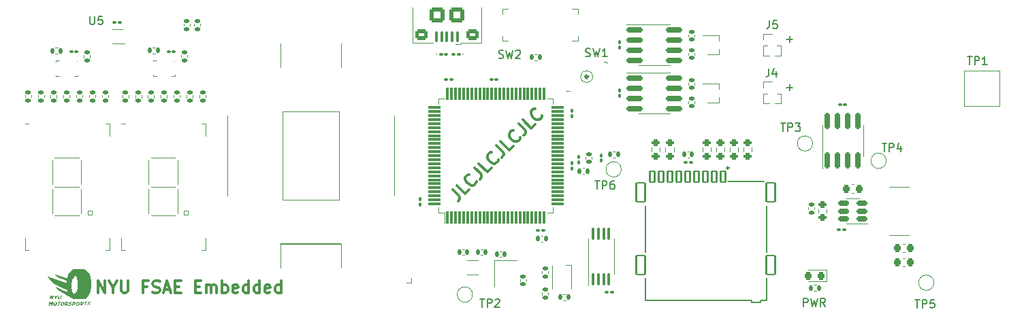
<source format=gto>
G04 #@! TF.GenerationSoftware,KiCad,Pcbnew,7.0.10-7.0.10~ubuntu22.04.1*
G04 #@! TF.CreationDate,2024-02-08T17:20:11-05:00*
G04 #@! TF.ProjectId,daughterBoard,64617567-6874-4657-9242-6f6172642e6b,rev?*
G04 #@! TF.SameCoordinates,Original*
G04 #@! TF.FileFunction,Legend,Top*
G04 #@! TF.FilePolarity,Positive*
%FSLAX46Y46*%
G04 Gerber Fmt 4.6, Leading zero omitted, Abs format (unit mm)*
G04 Created by KiCad (PCBNEW 7.0.10-7.0.10~ubuntu22.04.1) date 2024-02-08 17:20:11*
%MOMM*%
%LPD*%
G01*
G04 APERTURE LIST*
G04 Aperture macros list*
%AMRoundRect*
0 Rectangle with rounded corners*
0 $1 Rounding radius*
0 $2 $3 $4 $5 $6 $7 $8 $9 X,Y pos of 4 corners*
0 Add a 4 corners polygon primitive as box body*
4,1,4,$2,$3,$4,$5,$6,$7,$8,$9,$2,$3,0*
0 Add four circle primitives for the rounded corners*
1,1,$1+$1,$2,$3*
1,1,$1+$1,$4,$5*
1,1,$1+$1,$6,$7*
1,1,$1+$1,$8,$9*
0 Add four rect primitives between the rounded corners*
20,1,$1+$1,$2,$3,$4,$5,0*
20,1,$1+$1,$4,$5,$6,$7,0*
20,1,$1+$1,$6,$7,$8,$9,0*
20,1,$1+$1,$8,$9,$2,$3,0*%
G04 Aperture macros list end*
%ADD10C,0.150000*%
%ADD11C,0.300000*%
%ADD12C,0.160000*%
%ADD13C,0.120000*%
%ADD14C,0.200000*%
%ADD15C,0.240000*%
%ADD16C,0.100000*%
%ADD17C,0.342843*%
%ADD18R,0.200000X0.600000*%
%ADD19R,0.200000X0.500000*%
%ADD20R,0.500000X0.200000*%
%ADD21RoundRect,0.140000X0.140000X0.170000X-0.140000X0.170000X-0.140000X-0.170000X0.140000X-0.170000X0*%
%ADD22RoundRect,0.135000X-0.135000X-0.185000X0.135000X-0.185000X0.135000X0.185000X-0.135000X0.185000X0*%
%ADD23RoundRect,0.100000X-0.130000X-0.100000X0.130000X-0.100000X0.130000X0.100000X-0.130000X0.100000X0*%
%ADD24RoundRect,0.100000X0.130000X0.100000X-0.130000X0.100000X-0.130000X-0.100000X0.130000X-0.100000X0*%
%ADD25RoundRect,0.135000X0.185000X-0.135000X0.185000X0.135000X-0.185000X0.135000X-0.185000X-0.135000X0*%
%ADD26R,0.700000X0.450000*%
%ADD27RoundRect,0.200000X-0.275000X0.200000X-0.275000X-0.200000X0.275000X-0.200000X0.275000X0.200000X0*%
%ADD28C,3.500000*%
%ADD29RoundRect,0.135000X-0.185000X0.135000X-0.185000X-0.135000X0.185000X-0.135000X0.185000X0.135000X0*%
%ADD30RoundRect,0.140000X0.170000X-0.140000X0.170000X0.140000X-0.170000X0.140000X-0.170000X-0.140000X0*%
%ADD31RoundRect,0.150000X0.150000X-0.825000X0.150000X0.825000X-0.150000X0.825000X-0.150000X-0.825000X0*%
%ADD32R,1.000000X1.000000*%
%ADD33O,1.000000X1.000000*%
%ADD34R,1.400000X2.600000*%
%ADD35C,1.500000*%
%ADD36RoundRect,0.135000X0.135000X0.185000X-0.135000X0.185000X-0.135000X-0.185000X0.135000X-0.185000X0*%
%ADD37RoundRect,0.100000X-0.100000X0.130000X-0.100000X-0.130000X0.100000X-0.130000X0.100000X0.130000X0*%
%ADD38R,1.000000X1.800000*%
%ADD39C,0.900000*%
%ADD40R,1.000000X1.600000*%
%ADD41RoundRect,0.225000X0.225000X0.250000X-0.225000X0.250000X-0.225000X-0.250000X0.225000X-0.250000X0*%
%ADD42RoundRect,0.140000X-0.170000X0.140000X-0.170000X-0.140000X0.170000X-0.140000X0.170000X0.140000X0*%
%ADD43R,4.000000X4.000000*%
%ADD44RoundRect,0.100000X0.100000X-0.130000X0.100000X0.130000X-0.100000X0.130000X-0.100000X-0.130000X0*%
%ADD45C,0.950000*%
%ADD46RoundRect,0.102000X-0.310000X-0.700000X0.310000X-0.700000X0.310000X0.700000X-0.310000X0.700000X0*%
%ADD47RoundRect,0.102000X-0.550000X-1.200000X0.550000X-1.200000X0.550000X1.200000X-0.550000X1.200000X0*%
%ADD48R,1.000000X1.150000*%
%ADD49R,1.550000X4.900000*%
%ADD50RoundRect,0.218750X0.218750X0.256250X-0.218750X0.256250X-0.218750X-0.256250X0.218750X-0.256250X0*%
%ADD51R,0.700000X0.340000*%
%ADD52R,0.800000X0.900000*%
%ADD53C,2.374900*%
%ADD54C,0.990600*%
%ADD55C,0.787400*%
%ADD56RoundRect,0.150000X0.512500X0.150000X-0.512500X0.150000X-0.512500X-0.150000X0.512500X-0.150000X0*%
%ADD57R,4.200000X3.200000*%
%ADD58RoundRect,0.140000X-0.140000X-0.170000X0.140000X-0.170000X0.140000X0.170000X-0.140000X0.170000X0*%
%ADD59RoundRect,0.150000X-0.825000X-0.150000X0.825000X-0.150000X0.825000X0.150000X-0.825000X0.150000X0*%
%ADD60RoundRect,0.100000X0.100000X-0.637500X0.100000X0.637500X-0.100000X0.637500X-0.100000X-0.637500X0*%
%ADD61RoundRect,0.100000X0.100000X0.575000X-0.100000X0.575000X-0.100000X-0.575000X0.100000X-0.575000X0*%
%ADD62O,0.900000X1.600000*%
%ADD63RoundRect,0.250000X0.550000X0.450000X-0.550000X0.450000X-0.550000X-0.450000X0.550000X-0.450000X0*%
%ADD64RoundRect,0.250000X0.700000X0.700000X-0.700000X0.700000X-0.700000X-0.700000X0.700000X-0.700000X0*%
%ADD65RoundRect,0.075000X0.075000X-0.725000X0.075000X0.725000X-0.075000X0.725000X-0.075000X-0.725000X0*%
%ADD66RoundRect,0.075000X0.725000X-0.075000X0.725000X0.075000X-0.725000X0.075000X-0.725000X-0.075000X0*%
%ADD67R,1.000000X0.700000*%
G04 APERTURE END LIST*
D10*
X128700000Y-98500000D02*
X136300000Y-98500000D01*
D11*
X106054510Y-104600828D02*
X106054510Y-103100828D01*
X106054510Y-103100828D02*
X106911653Y-104600828D01*
X106911653Y-104600828D02*
X106911653Y-103100828D01*
X107911654Y-103886542D02*
X107911654Y-104600828D01*
X107411654Y-103100828D02*
X107911654Y-103886542D01*
X107911654Y-103886542D02*
X108411654Y-103100828D01*
X108911653Y-103100828D02*
X108911653Y-104315114D01*
X108911653Y-104315114D02*
X108983082Y-104457971D01*
X108983082Y-104457971D02*
X109054511Y-104529400D01*
X109054511Y-104529400D02*
X109197368Y-104600828D01*
X109197368Y-104600828D02*
X109483082Y-104600828D01*
X109483082Y-104600828D02*
X109625939Y-104529400D01*
X109625939Y-104529400D02*
X109697368Y-104457971D01*
X109697368Y-104457971D02*
X109768796Y-104315114D01*
X109768796Y-104315114D02*
X109768796Y-103100828D01*
X112125939Y-103815114D02*
X111625939Y-103815114D01*
X111625939Y-104600828D02*
X111625939Y-103100828D01*
X111625939Y-103100828D02*
X112340225Y-103100828D01*
X112840225Y-104529400D02*
X113054511Y-104600828D01*
X113054511Y-104600828D02*
X113411653Y-104600828D01*
X113411653Y-104600828D02*
X113554511Y-104529400D01*
X113554511Y-104529400D02*
X113625939Y-104457971D01*
X113625939Y-104457971D02*
X113697368Y-104315114D01*
X113697368Y-104315114D02*
X113697368Y-104172257D01*
X113697368Y-104172257D02*
X113625939Y-104029400D01*
X113625939Y-104029400D02*
X113554511Y-103957971D01*
X113554511Y-103957971D02*
X113411653Y-103886542D01*
X113411653Y-103886542D02*
X113125939Y-103815114D01*
X113125939Y-103815114D02*
X112983082Y-103743685D01*
X112983082Y-103743685D02*
X112911653Y-103672257D01*
X112911653Y-103672257D02*
X112840225Y-103529400D01*
X112840225Y-103529400D02*
X112840225Y-103386542D01*
X112840225Y-103386542D02*
X112911653Y-103243685D01*
X112911653Y-103243685D02*
X112983082Y-103172257D01*
X112983082Y-103172257D02*
X113125939Y-103100828D01*
X113125939Y-103100828D02*
X113483082Y-103100828D01*
X113483082Y-103100828D02*
X113697368Y-103172257D01*
X114268796Y-104172257D02*
X114983082Y-104172257D01*
X114125939Y-104600828D02*
X114625939Y-103100828D01*
X114625939Y-103100828D02*
X115125939Y-104600828D01*
X115625938Y-103815114D02*
X116125938Y-103815114D01*
X116340224Y-104600828D02*
X115625938Y-104600828D01*
X115625938Y-104600828D02*
X115625938Y-103100828D01*
X115625938Y-103100828D02*
X116340224Y-103100828D01*
X118125938Y-103815114D02*
X118625938Y-103815114D01*
X118840224Y-104600828D02*
X118125938Y-104600828D01*
X118125938Y-104600828D02*
X118125938Y-103100828D01*
X118125938Y-103100828D02*
X118840224Y-103100828D01*
X119483081Y-104600828D02*
X119483081Y-103600828D01*
X119483081Y-103743685D02*
X119554510Y-103672257D01*
X119554510Y-103672257D02*
X119697367Y-103600828D01*
X119697367Y-103600828D02*
X119911653Y-103600828D01*
X119911653Y-103600828D02*
X120054510Y-103672257D01*
X120054510Y-103672257D02*
X120125939Y-103815114D01*
X120125939Y-103815114D02*
X120125939Y-104600828D01*
X120125939Y-103815114D02*
X120197367Y-103672257D01*
X120197367Y-103672257D02*
X120340224Y-103600828D01*
X120340224Y-103600828D02*
X120554510Y-103600828D01*
X120554510Y-103600828D02*
X120697367Y-103672257D01*
X120697367Y-103672257D02*
X120768796Y-103815114D01*
X120768796Y-103815114D02*
X120768796Y-104600828D01*
X121483081Y-104600828D02*
X121483081Y-103100828D01*
X121483081Y-103672257D02*
X121625939Y-103600828D01*
X121625939Y-103600828D02*
X121911653Y-103600828D01*
X121911653Y-103600828D02*
X122054510Y-103672257D01*
X122054510Y-103672257D02*
X122125939Y-103743685D01*
X122125939Y-103743685D02*
X122197367Y-103886542D01*
X122197367Y-103886542D02*
X122197367Y-104315114D01*
X122197367Y-104315114D02*
X122125939Y-104457971D01*
X122125939Y-104457971D02*
X122054510Y-104529400D01*
X122054510Y-104529400D02*
X121911653Y-104600828D01*
X121911653Y-104600828D02*
X121625939Y-104600828D01*
X121625939Y-104600828D02*
X121483081Y-104529400D01*
X123411653Y-104529400D02*
X123268796Y-104600828D01*
X123268796Y-104600828D02*
X122983082Y-104600828D01*
X122983082Y-104600828D02*
X122840224Y-104529400D01*
X122840224Y-104529400D02*
X122768796Y-104386542D01*
X122768796Y-104386542D02*
X122768796Y-103815114D01*
X122768796Y-103815114D02*
X122840224Y-103672257D01*
X122840224Y-103672257D02*
X122983082Y-103600828D01*
X122983082Y-103600828D02*
X123268796Y-103600828D01*
X123268796Y-103600828D02*
X123411653Y-103672257D01*
X123411653Y-103672257D02*
X123483082Y-103815114D01*
X123483082Y-103815114D02*
X123483082Y-103957971D01*
X123483082Y-103957971D02*
X122768796Y-104100828D01*
X124768796Y-104600828D02*
X124768796Y-103100828D01*
X124768796Y-104529400D02*
X124625938Y-104600828D01*
X124625938Y-104600828D02*
X124340224Y-104600828D01*
X124340224Y-104600828D02*
X124197367Y-104529400D01*
X124197367Y-104529400D02*
X124125938Y-104457971D01*
X124125938Y-104457971D02*
X124054510Y-104315114D01*
X124054510Y-104315114D02*
X124054510Y-103886542D01*
X124054510Y-103886542D02*
X124125938Y-103743685D01*
X124125938Y-103743685D02*
X124197367Y-103672257D01*
X124197367Y-103672257D02*
X124340224Y-103600828D01*
X124340224Y-103600828D02*
X124625938Y-103600828D01*
X124625938Y-103600828D02*
X124768796Y-103672257D01*
X126125939Y-104600828D02*
X126125939Y-103100828D01*
X126125939Y-104529400D02*
X125983081Y-104600828D01*
X125983081Y-104600828D02*
X125697367Y-104600828D01*
X125697367Y-104600828D02*
X125554510Y-104529400D01*
X125554510Y-104529400D02*
X125483081Y-104457971D01*
X125483081Y-104457971D02*
X125411653Y-104315114D01*
X125411653Y-104315114D02*
X125411653Y-103886542D01*
X125411653Y-103886542D02*
X125483081Y-103743685D01*
X125483081Y-103743685D02*
X125554510Y-103672257D01*
X125554510Y-103672257D02*
X125697367Y-103600828D01*
X125697367Y-103600828D02*
X125983081Y-103600828D01*
X125983081Y-103600828D02*
X126125939Y-103672257D01*
X127411653Y-104529400D02*
X127268796Y-104600828D01*
X127268796Y-104600828D02*
X126983082Y-104600828D01*
X126983082Y-104600828D02*
X126840224Y-104529400D01*
X126840224Y-104529400D02*
X126768796Y-104386542D01*
X126768796Y-104386542D02*
X126768796Y-103815114D01*
X126768796Y-103815114D02*
X126840224Y-103672257D01*
X126840224Y-103672257D02*
X126983082Y-103600828D01*
X126983082Y-103600828D02*
X127268796Y-103600828D01*
X127268796Y-103600828D02*
X127411653Y-103672257D01*
X127411653Y-103672257D02*
X127483082Y-103815114D01*
X127483082Y-103815114D02*
X127483082Y-103957971D01*
X127483082Y-103957971D02*
X126768796Y-104100828D01*
X128768796Y-104600828D02*
X128768796Y-103100828D01*
X128768796Y-104529400D02*
X128625938Y-104600828D01*
X128625938Y-104600828D02*
X128340224Y-104600828D01*
X128340224Y-104600828D02*
X128197367Y-104529400D01*
X128197367Y-104529400D02*
X128125938Y-104457971D01*
X128125938Y-104457971D02*
X128054510Y-104315114D01*
X128054510Y-104315114D02*
X128054510Y-103886542D01*
X128054510Y-103886542D02*
X128125938Y-103743685D01*
X128125938Y-103743685D02*
X128197367Y-103672257D01*
X128197367Y-103672257D02*
X128340224Y-103600828D01*
X128340224Y-103600828D02*
X128625938Y-103600828D01*
X128625938Y-103600828D02*
X128768796Y-103672257D01*
D12*
X191643358Y-72988346D02*
X192405263Y-72988346D01*
X192024310Y-73369299D02*
X192024310Y-72607394D01*
X191643358Y-78988346D02*
X192405263Y-78988346D01*
X192024310Y-79369299D02*
X192024310Y-78607394D01*
D11*
X150143648Y-91703360D02*
X150901262Y-92460974D01*
X150901262Y-92460974D02*
X151002278Y-92663005D01*
X151002278Y-92663005D02*
X151002278Y-92865035D01*
X151002278Y-92865035D02*
X150901262Y-93067066D01*
X150901262Y-93067066D02*
X150800247Y-93168081D01*
X152214461Y-91753867D02*
X151709384Y-92258944D01*
X151709384Y-92258944D02*
X150648724Y-91198284D01*
X153073090Y-90693207D02*
X153073090Y-90794222D01*
X153073090Y-90794222D02*
X152972075Y-90996253D01*
X152972075Y-90996253D02*
X152871060Y-91097268D01*
X152871060Y-91097268D02*
X152669029Y-91198283D01*
X152669029Y-91198283D02*
X152466999Y-91198283D01*
X152466999Y-91198283D02*
X152315476Y-91147776D01*
X152315476Y-91147776D02*
X152062938Y-90996253D01*
X152062938Y-90996253D02*
X151911415Y-90844730D01*
X151911415Y-90844730D02*
X151759892Y-90592192D01*
X151759892Y-90592192D02*
X151709385Y-90440669D01*
X151709385Y-90440669D02*
X151709385Y-90238638D01*
X151709385Y-90238638D02*
X151810400Y-90036608D01*
X151810400Y-90036608D02*
X151911415Y-89935593D01*
X151911415Y-89935593D02*
X152113446Y-89834577D01*
X152113446Y-89834577D02*
X152214461Y-89834577D01*
X152871060Y-88975948D02*
X153628674Y-89733562D01*
X153628674Y-89733562D02*
X153729690Y-89935593D01*
X153729690Y-89935593D02*
X153729690Y-90137623D01*
X153729690Y-90137623D02*
X153628674Y-90339654D01*
X153628674Y-90339654D02*
X153527659Y-90440669D01*
X154941873Y-89026455D02*
X154436796Y-89531532D01*
X154436796Y-89531532D02*
X153376136Y-88470872D01*
X155800502Y-87965795D02*
X155800502Y-88066810D01*
X155800502Y-88066810D02*
X155699487Y-88268841D01*
X155699487Y-88268841D02*
X155598472Y-88369856D01*
X155598472Y-88369856D02*
X155396441Y-88470871D01*
X155396441Y-88470871D02*
X155194411Y-88470871D01*
X155194411Y-88470871D02*
X155042888Y-88420364D01*
X155042888Y-88420364D02*
X154790350Y-88268841D01*
X154790350Y-88268841D02*
X154638827Y-88117318D01*
X154638827Y-88117318D02*
X154487304Y-87864780D01*
X154487304Y-87864780D02*
X154436797Y-87713257D01*
X154436797Y-87713257D02*
X154436797Y-87511226D01*
X154436797Y-87511226D02*
X154537812Y-87309196D01*
X154537812Y-87309196D02*
X154638827Y-87208181D01*
X154638827Y-87208181D02*
X154840858Y-87107165D01*
X154840858Y-87107165D02*
X154941873Y-87107165D01*
X155598472Y-86248536D02*
X156356086Y-87006150D01*
X156356086Y-87006150D02*
X156457102Y-87208181D01*
X156457102Y-87208181D02*
X156457102Y-87410211D01*
X156457102Y-87410211D02*
X156356086Y-87612242D01*
X156356086Y-87612242D02*
X156255071Y-87713257D01*
X157669285Y-86299043D02*
X157164208Y-86804120D01*
X157164208Y-86804120D02*
X156103548Y-85743460D01*
X158527914Y-85238383D02*
X158527914Y-85339398D01*
X158527914Y-85339398D02*
X158426899Y-85541429D01*
X158426899Y-85541429D02*
X158325884Y-85642444D01*
X158325884Y-85642444D02*
X158123853Y-85743459D01*
X158123853Y-85743459D02*
X157921823Y-85743459D01*
X157921823Y-85743459D02*
X157770300Y-85692952D01*
X157770300Y-85692952D02*
X157517762Y-85541429D01*
X157517762Y-85541429D02*
X157366239Y-85389906D01*
X157366239Y-85389906D02*
X157214716Y-85137368D01*
X157214716Y-85137368D02*
X157164208Y-84985845D01*
X157164208Y-84985845D02*
X157164208Y-84783814D01*
X157164208Y-84783814D02*
X157265224Y-84581784D01*
X157265224Y-84581784D02*
X157366239Y-84480769D01*
X157366239Y-84480769D02*
X157568270Y-84379753D01*
X157568270Y-84379753D02*
X157669285Y-84379753D01*
X158325884Y-83521124D02*
X159083498Y-84278738D01*
X159083498Y-84278738D02*
X159184514Y-84480769D01*
X159184514Y-84480769D02*
X159184514Y-84682799D01*
X159184514Y-84682799D02*
X159083498Y-84884830D01*
X159083498Y-84884830D02*
X158982483Y-84985845D01*
X160396697Y-83571632D02*
X159891620Y-84076708D01*
X159891620Y-84076708D02*
X158830960Y-83016048D01*
X161255326Y-82510971D02*
X161255326Y-82611986D01*
X161255326Y-82611986D02*
X161154311Y-82814017D01*
X161154311Y-82814017D02*
X161053296Y-82915032D01*
X161053296Y-82915032D02*
X160851265Y-83016047D01*
X160851265Y-83016047D02*
X160649235Y-83016047D01*
X160649235Y-83016047D02*
X160497712Y-82965540D01*
X160497712Y-82965540D02*
X160245174Y-82814017D01*
X160245174Y-82814017D02*
X160093651Y-82662494D01*
X160093651Y-82662494D02*
X159942128Y-82409956D01*
X159942128Y-82409956D02*
X159891620Y-82258433D01*
X159891620Y-82258433D02*
X159891620Y-82056403D01*
X159891620Y-82056403D02*
X159992636Y-81854372D01*
X159992636Y-81854372D02*
X160093651Y-81753357D01*
X160093651Y-81753357D02*
X160295681Y-81652341D01*
X160295681Y-81652341D02*
X160396697Y-81652341D01*
D12*
X193743358Y-106269299D02*
X193743358Y-105269299D01*
X193743358Y-105269299D02*
X194124310Y-105269299D01*
X194124310Y-105269299D02*
X194219548Y-105316918D01*
X194219548Y-105316918D02*
X194267167Y-105364537D01*
X194267167Y-105364537D02*
X194314786Y-105459775D01*
X194314786Y-105459775D02*
X194314786Y-105602632D01*
X194314786Y-105602632D02*
X194267167Y-105697870D01*
X194267167Y-105697870D02*
X194219548Y-105745489D01*
X194219548Y-105745489D02*
X194124310Y-105793108D01*
X194124310Y-105793108D02*
X193743358Y-105793108D01*
X194648120Y-105269299D02*
X194886215Y-106269299D01*
X194886215Y-106269299D02*
X195076691Y-105555013D01*
X195076691Y-105555013D02*
X195267167Y-106269299D01*
X195267167Y-106269299D02*
X195505263Y-105269299D01*
X196457643Y-106269299D02*
X196124310Y-105793108D01*
X195886215Y-106269299D02*
X195886215Y-105269299D01*
X195886215Y-105269299D02*
X196267167Y-105269299D01*
X196267167Y-105269299D02*
X196362405Y-105316918D01*
X196362405Y-105316918D02*
X196410024Y-105364537D01*
X196410024Y-105364537D02*
X196457643Y-105459775D01*
X196457643Y-105459775D02*
X196457643Y-105602632D01*
X196457643Y-105602632D02*
X196410024Y-105697870D01*
X196410024Y-105697870D02*
X196362405Y-105745489D01*
X196362405Y-105745489D02*
X196267167Y-105793108D01*
X196267167Y-105793108D02*
X195886215Y-105793108D01*
X189516666Y-70654299D02*
X189516666Y-71368584D01*
X189516666Y-71368584D02*
X189469047Y-71511441D01*
X189469047Y-71511441D02*
X189373809Y-71606680D01*
X189373809Y-71606680D02*
X189230952Y-71654299D01*
X189230952Y-71654299D02*
X189135714Y-71654299D01*
X190469047Y-70654299D02*
X189992857Y-70654299D01*
X189992857Y-70654299D02*
X189945238Y-71130489D01*
X189945238Y-71130489D02*
X189992857Y-71082870D01*
X189992857Y-71082870D02*
X190088095Y-71035251D01*
X190088095Y-71035251D02*
X190326190Y-71035251D01*
X190326190Y-71035251D02*
X190421428Y-71082870D01*
X190421428Y-71082870D02*
X190469047Y-71130489D01*
X190469047Y-71130489D02*
X190516666Y-71225727D01*
X190516666Y-71225727D02*
X190516666Y-71463822D01*
X190516666Y-71463822D02*
X190469047Y-71559060D01*
X190469047Y-71559060D02*
X190421428Y-71606680D01*
X190421428Y-71606680D02*
X190326190Y-71654299D01*
X190326190Y-71654299D02*
X190088095Y-71654299D01*
X190088095Y-71654299D02*
X189992857Y-71606680D01*
X189992857Y-71606680D02*
X189945238Y-71559060D01*
X167838095Y-90654299D02*
X168409523Y-90654299D01*
X168123809Y-91654299D02*
X168123809Y-90654299D01*
X168742857Y-91654299D02*
X168742857Y-90654299D01*
X168742857Y-90654299D02*
X169123809Y-90654299D01*
X169123809Y-90654299D02*
X169219047Y-90701918D01*
X169219047Y-90701918D02*
X169266666Y-90749537D01*
X169266666Y-90749537D02*
X169314285Y-90844775D01*
X169314285Y-90844775D02*
X169314285Y-90987632D01*
X169314285Y-90987632D02*
X169266666Y-91082870D01*
X169266666Y-91082870D02*
X169219047Y-91130489D01*
X169219047Y-91130489D02*
X169123809Y-91178108D01*
X169123809Y-91178108D02*
X168742857Y-91178108D01*
X170171428Y-90654299D02*
X169980952Y-90654299D01*
X169980952Y-90654299D02*
X169885714Y-90701918D01*
X169885714Y-90701918D02*
X169838095Y-90749537D01*
X169838095Y-90749537D02*
X169742857Y-90892394D01*
X169742857Y-90892394D02*
X169695238Y-91082870D01*
X169695238Y-91082870D02*
X169695238Y-91463822D01*
X169695238Y-91463822D02*
X169742857Y-91559060D01*
X169742857Y-91559060D02*
X169790476Y-91606680D01*
X169790476Y-91606680D02*
X169885714Y-91654299D01*
X169885714Y-91654299D02*
X170076190Y-91654299D01*
X170076190Y-91654299D02*
X170171428Y-91606680D01*
X170171428Y-91606680D02*
X170219047Y-91559060D01*
X170219047Y-91559060D02*
X170266666Y-91463822D01*
X170266666Y-91463822D02*
X170266666Y-91225727D01*
X170266666Y-91225727D02*
X170219047Y-91130489D01*
X170219047Y-91130489D02*
X170171428Y-91082870D01*
X170171428Y-91082870D02*
X170076190Y-91035251D01*
X170076190Y-91035251D02*
X169885714Y-91035251D01*
X169885714Y-91035251D02*
X169790476Y-91082870D01*
X169790476Y-91082870D02*
X169742857Y-91130489D01*
X169742857Y-91130489D02*
X169695238Y-91225727D01*
X155866667Y-75306680D02*
X156009524Y-75354299D01*
X156009524Y-75354299D02*
X156247619Y-75354299D01*
X156247619Y-75354299D02*
X156342857Y-75306680D01*
X156342857Y-75306680D02*
X156390476Y-75259060D01*
X156390476Y-75259060D02*
X156438095Y-75163822D01*
X156438095Y-75163822D02*
X156438095Y-75068584D01*
X156438095Y-75068584D02*
X156390476Y-74973346D01*
X156390476Y-74973346D02*
X156342857Y-74925727D01*
X156342857Y-74925727D02*
X156247619Y-74878108D01*
X156247619Y-74878108D02*
X156057143Y-74830489D01*
X156057143Y-74830489D02*
X155961905Y-74782870D01*
X155961905Y-74782870D02*
X155914286Y-74735251D01*
X155914286Y-74735251D02*
X155866667Y-74640013D01*
X155866667Y-74640013D02*
X155866667Y-74544775D01*
X155866667Y-74544775D02*
X155914286Y-74449537D01*
X155914286Y-74449537D02*
X155961905Y-74401918D01*
X155961905Y-74401918D02*
X156057143Y-74354299D01*
X156057143Y-74354299D02*
X156295238Y-74354299D01*
X156295238Y-74354299D02*
X156438095Y-74401918D01*
X156771429Y-74354299D02*
X157009524Y-75354299D01*
X157009524Y-75354299D02*
X157200000Y-74640013D01*
X157200000Y-74640013D02*
X157390476Y-75354299D01*
X157390476Y-75354299D02*
X157628572Y-74354299D01*
X157961905Y-74449537D02*
X158009524Y-74401918D01*
X158009524Y-74401918D02*
X158104762Y-74354299D01*
X158104762Y-74354299D02*
X158342857Y-74354299D01*
X158342857Y-74354299D02*
X158438095Y-74401918D01*
X158438095Y-74401918D02*
X158485714Y-74449537D01*
X158485714Y-74449537D02*
X158533333Y-74544775D01*
X158533333Y-74544775D02*
X158533333Y-74640013D01*
X158533333Y-74640013D02*
X158485714Y-74782870D01*
X158485714Y-74782870D02*
X157914286Y-75354299D01*
X157914286Y-75354299D02*
X158533333Y-75354299D01*
X189466666Y-76654299D02*
X189466666Y-77368584D01*
X189466666Y-77368584D02*
X189419047Y-77511441D01*
X189419047Y-77511441D02*
X189323809Y-77606680D01*
X189323809Y-77606680D02*
X189180952Y-77654299D01*
X189180952Y-77654299D02*
X189085714Y-77654299D01*
X190371428Y-76987632D02*
X190371428Y-77654299D01*
X190133333Y-76606680D02*
X189895238Y-77320965D01*
X189895238Y-77320965D02*
X190514285Y-77320965D01*
X190938095Y-83454299D02*
X191509523Y-83454299D01*
X191223809Y-84454299D02*
X191223809Y-83454299D01*
X191842857Y-84454299D02*
X191842857Y-83454299D01*
X191842857Y-83454299D02*
X192223809Y-83454299D01*
X192223809Y-83454299D02*
X192319047Y-83501918D01*
X192319047Y-83501918D02*
X192366666Y-83549537D01*
X192366666Y-83549537D02*
X192414285Y-83644775D01*
X192414285Y-83644775D02*
X192414285Y-83787632D01*
X192414285Y-83787632D02*
X192366666Y-83882870D01*
X192366666Y-83882870D02*
X192319047Y-83930489D01*
X192319047Y-83930489D02*
X192223809Y-83978108D01*
X192223809Y-83978108D02*
X191842857Y-83978108D01*
X192747619Y-83454299D02*
X193366666Y-83454299D01*
X193366666Y-83454299D02*
X193033333Y-83835251D01*
X193033333Y-83835251D02*
X193176190Y-83835251D01*
X193176190Y-83835251D02*
X193271428Y-83882870D01*
X193271428Y-83882870D02*
X193319047Y-83930489D01*
X193319047Y-83930489D02*
X193366666Y-84025727D01*
X193366666Y-84025727D02*
X193366666Y-84263822D01*
X193366666Y-84263822D02*
X193319047Y-84359060D01*
X193319047Y-84359060D02*
X193271428Y-84406680D01*
X193271428Y-84406680D02*
X193176190Y-84454299D01*
X193176190Y-84454299D02*
X192890476Y-84454299D01*
X192890476Y-84454299D02*
X192795238Y-84406680D01*
X192795238Y-84406680D02*
X192747619Y-84359060D01*
X214138095Y-75154299D02*
X214709523Y-75154299D01*
X214423809Y-76154299D02*
X214423809Y-75154299D01*
X215042857Y-76154299D02*
X215042857Y-75154299D01*
X215042857Y-75154299D02*
X215423809Y-75154299D01*
X215423809Y-75154299D02*
X215519047Y-75201918D01*
X215519047Y-75201918D02*
X215566666Y-75249537D01*
X215566666Y-75249537D02*
X215614285Y-75344775D01*
X215614285Y-75344775D02*
X215614285Y-75487632D01*
X215614285Y-75487632D02*
X215566666Y-75582870D01*
X215566666Y-75582870D02*
X215519047Y-75630489D01*
X215519047Y-75630489D02*
X215423809Y-75678108D01*
X215423809Y-75678108D02*
X215042857Y-75678108D01*
X216566666Y-76154299D02*
X215995238Y-76154299D01*
X216280952Y-76154299D02*
X216280952Y-75154299D01*
X216280952Y-75154299D02*
X216185714Y-75297156D01*
X216185714Y-75297156D02*
X216090476Y-75392394D01*
X216090476Y-75392394D02*
X215995238Y-75440013D01*
X203538095Y-85954299D02*
X204109523Y-85954299D01*
X203823809Y-86954299D02*
X203823809Y-85954299D01*
X204442857Y-86954299D02*
X204442857Y-85954299D01*
X204442857Y-85954299D02*
X204823809Y-85954299D01*
X204823809Y-85954299D02*
X204919047Y-86001918D01*
X204919047Y-86001918D02*
X204966666Y-86049537D01*
X204966666Y-86049537D02*
X205014285Y-86144775D01*
X205014285Y-86144775D02*
X205014285Y-86287632D01*
X205014285Y-86287632D02*
X204966666Y-86382870D01*
X204966666Y-86382870D02*
X204919047Y-86430489D01*
X204919047Y-86430489D02*
X204823809Y-86478108D01*
X204823809Y-86478108D02*
X204442857Y-86478108D01*
X205871428Y-86287632D02*
X205871428Y-86954299D01*
X205633333Y-85906680D02*
X205395238Y-86620965D01*
X205395238Y-86620965D02*
X206014285Y-86620965D01*
X153538095Y-105354299D02*
X154109523Y-105354299D01*
X153823809Y-106354299D02*
X153823809Y-105354299D01*
X154442857Y-106354299D02*
X154442857Y-105354299D01*
X154442857Y-105354299D02*
X154823809Y-105354299D01*
X154823809Y-105354299D02*
X154919047Y-105401918D01*
X154919047Y-105401918D02*
X154966666Y-105449537D01*
X154966666Y-105449537D02*
X155014285Y-105544775D01*
X155014285Y-105544775D02*
X155014285Y-105687632D01*
X155014285Y-105687632D02*
X154966666Y-105782870D01*
X154966666Y-105782870D02*
X154919047Y-105830489D01*
X154919047Y-105830489D02*
X154823809Y-105878108D01*
X154823809Y-105878108D02*
X154442857Y-105878108D01*
X155395238Y-105449537D02*
X155442857Y-105401918D01*
X155442857Y-105401918D02*
X155538095Y-105354299D01*
X155538095Y-105354299D02*
X155776190Y-105354299D01*
X155776190Y-105354299D02*
X155871428Y-105401918D01*
X155871428Y-105401918D02*
X155919047Y-105449537D01*
X155919047Y-105449537D02*
X155966666Y-105544775D01*
X155966666Y-105544775D02*
X155966666Y-105640013D01*
X155966666Y-105640013D02*
X155919047Y-105782870D01*
X155919047Y-105782870D02*
X155347619Y-106354299D01*
X155347619Y-106354299D02*
X155966666Y-106354299D01*
X105038095Y-70154299D02*
X105038095Y-70963822D01*
X105038095Y-70963822D02*
X105085714Y-71059060D01*
X105085714Y-71059060D02*
X105133333Y-71106680D01*
X105133333Y-71106680D02*
X105228571Y-71154299D01*
X105228571Y-71154299D02*
X105419047Y-71154299D01*
X105419047Y-71154299D02*
X105514285Y-71106680D01*
X105514285Y-71106680D02*
X105561904Y-71059060D01*
X105561904Y-71059060D02*
X105609523Y-70963822D01*
X105609523Y-70963822D02*
X105609523Y-70154299D01*
X106561904Y-70154299D02*
X106085714Y-70154299D01*
X106085714Y-70154299D02*
X106038095Y-70630489D01*
X106038095Y-70630489D02*
X106085714Y-70582870D01*
X106085714Y-70582870D02*
X106180952Y-70535251D01*
X106180952Y-70535251D02*
X106419047Y-70535251D01*
X106419047Y-70535251D02*
X106514285Y-70582870D01*
X106514285Y-70582870D02*
X106561904Y-70630489D01*
X106561904Y-70630489D02*
X106609523Y-70725727D01*
X106609523Y-70725727D02*
X106609523Y-70963822D01*
X106609523Y-70963822D02*
X106561904Y-71059060D01*
X106561904Y-71059060D02*
X106514285Y-71106680D01*
X106514285Y-71106680D02*
X106419047Y-71154299D01*
X106419047Y-71154299D02*
X106180952Y-71154299D01*
X106180952Y-71154299D02*
X106085714Y-71106680D01*
X106085714Y-71106680D02*
X106038095Y-71059060D01*
X207638095Y-105454299D02*
X208209523Y-105454299D01*
X207923809Y-106454299D02*
X207923809Y-105454299D01*
X208542857Y-106454299D02*
X208542857Y-105454299D01*
X208542857Y-105454299D02*
X208923809Y-105454299D01*
X208923809Y-105454299D02*
X209019047Y-105501918D01*
X209019047Y-105501918D02*
X209066666Y-105549537D01*
X209066666Y-105549537D02*
X209114285Y-105644775D01*
X209114285Y-105644775D02*
X209114285Y-105787632D01*
X209114285Y-105787632D02*
X209066666Y-105882870D01*
X209066666Y-105882870D02*
X209019047Y-105930489D01*
X209019047Y-105930489D02*
X208923809Y-105978108D01*
X208923809Y-105978108D02*
X208542857Y-105978108D01*
X210019047Y-105454299D02*
X209542857Y-105454299D01*
X209542857Y-105454299D02*
X209495238Y-105930489D01*
X209495238Y-105930489D02*
X209542857Y-105882870D01*
X209542857Y-105882870D02*
X209638095Y-105835251D01*
X209638095Y-105835251D02*
X209876190Y-105835251D01*
X209876190Y-105835251D02*
X209971428Y-105882870D01*
X209971428Y-105882870D02*
X210019047Y-105930489D01*
X210019047Y-105930489D02*
X210066666Y-106025727D01*
X210066666Y-106025727D02*
X210066666Y-106263822D01*
X210066666Y-106263822D02*
X210019047Y-106359060D01*
X210019047Y-106359060D02*
X209971428Y-106406680D01*
X209971428Y-106406680D02*
X209876190Y-106454299D01*
X209876190Y-106454299D02*
X209638095Y-106454299D01*
X209638095Y-106454299D02*
X209542857Y-106406680D01*
X209542857Y-106406680D02*
X209495238Y-106359060D01*
X166666667Y-75106680D02*
X166809524Y-75154299D01*
X166809524Y-75154299D02*
X167047619Y-75154299D01*
X167047619Y-75154299D02*
X167142857Y-75106680D01*
X167142857Y-75106680D02*
X167190476Y-75059060D01*
X167190476Y-75059060D02*
X167238095Y-74963822D01*
X167238095Y-74963822D02*
X167238095Y-74868584D01*
X167238095Y-74868584D02*
X167190476Y-74773346D01*
X167190476Y-74773346D02*
X167142857Y-74725727D01*
X167142857Y-74725727D02*
X167047619Y-74678108D01*
X167047619Y-74678108D02*
X166857143Y-74630489D01*
X166857143Y-74630489D02*
X166761905Y-74582870D01*
X166761905Y-74582870D02*
X166714286Y-74535251D01*
X166714286Y-74535251D02*
X166666667Y-74440013D01*
X166666667Y-74440013D02*
X166666667Y-74344775D01*
X166666667Y-74344775D02*
X166714286Y-74249537D01*
X166714286Y-74249537D02*
X166761905Y-74201918D01*
X166761905Y-74201918D02*
X166857143Y-74154299D01*
X166857143Y-74154299D02*
X167095238Y-74154299D01*
X167095238Y-74154299D02*
X167238095Y-74201918D01*
X167571429Y-74154299D02*
X167809524Y-75154299D01*
X167809524Y-75154299D02*
X168000000Y-74440013D01*
X168000000Y-74440013D02*
X168190476Y-75154299D01*
X168190476Y-75154299D02*
X168428572Y-74154299D01*
X169333333Y-75154299D02*
X168761905Y-75154299D01*
X169047619Y-75154299D02*
X169047619Y-74154299D01*
X169047619Y-74154299D02*
X168952381Y-74297156D01*
X168952381Y-74297156D02*
X168857143Y-74392394D01*
X168857143Y-74392394D02*
X168761905Y-74440013D01*
D13*
X112860000Y-75625000D02*
X113285000Y-75625000D01*
X115535000Y-75700000D02*
X115535000Y-75700000D01*
X112860000Y-75750000D02*
X112860000Y-75625000D01*
X115610000Y-77450000D02*
X115610000Y-77575000D01*
X112860000Y-77450000D02*
X112860000Y-77575000D01*
X115610000Y-77575000D02*
X115185000Y-77575000D01*
X112860000Y-77575000D02*
X113285000Y-77575000D01*
X179532836Y-87710000D02*
X179317164Y-87710000D01*
X179532836Y-86990000D02*
X179317164Y-86990000D01*
X163896359Y-104745000D02*
X164203641Y-104745000D01*
X163896359Y-105505000D02*
X164203641Y-105505000D01*
X194370000Y-94218641D02*
X194370000Y-93911359D01*
X195130000Y-94218641D02*
X195130000Y-93911359D01*
X181845000Y-80865000D02*
X183255000Y-80865000D01*
X183255000Y-78545000D02*
X181225000Y-78545000D01*
X183255000Y-78545000D02*
X183255000Y-79205000D01*
X183255000Y-80205000D02*
X183255000Y-80865000D01*
X182247500Y-86512742D02*
X182247500Y-86987258D01*
X181202500Y-86512742D02*
X181202500Y-86987258D01*
X119415000Y-79946359D02*
X119415000Y-80253641D01*
X118655000Y-79946359D02*
X118655000Y-80253641D01*
X179465000Y-72662836D02*
X179465000Y-72447164D01*
X180185000Y-72662836D02*
X180185000Y-72447164D01*
X104105000Y-79936359D02*
X104105000Y-80243641D01*
X103345000Y-79936359D02*
X103345000Y-80243641D01*
X196090000Y-85650000D02*
X196090000Y-89100000D01*
X196090000Y-85650000D02*
X196090000Y-83700000D01*
X201210000Y-85650000D02*
X201210000Y-87600000D01*
X201210000Y-85650000D02*
X201210000Y-83700000D01*
X188740000Y-72295000D02*
X189850000Y-72295000D01*
X188740000Y-73055000D02*
X188740000Y-72295000D01*
X188740000Y-73815000D02*
X188740000Y-75020000D01*
X188740000Y-73815000D02*
X189286529Y-73815000D01*
X188740000Y-75020000D02*
X189542470Y-75020000D01*
X190157530Y-75020000D02*
X190960000Y-75020000D01*
X190413471Y-73815000D02*
X190960000Y-73815000D01*
X190960000Y-73815000D02*
X190960000Y-75020000D01*
X158540000Y-103127836D02*
X158540000Y-102912164D01*
X159260000Y-103127836D02*
X159260000Y-102912164D01*
X100750000Y-75675000D02*
X101175000Y-75675000D01*
X103425000Y-75750000D02*
X103425000Y-75750000D01*
X100750000Y-75800000D02*
X100750000Y-75675000D01*
X103500000Y-77500000D02*
X103500000Y-77625000D01*
X100750000Y-77500000D02*
X100750000Y-77625000D01*
X103500000Y-77625000D02*
X103075000Y-77625000D01*
X100750000Y-77625000D02*
X101175000Y-77625000D01*
X102505000Y-79946359D02*
X102505000Y-80253641D01*
X101745000Y-79946359D02*
X101745000Y-80253641D01*
X96935000Y-83550000D02*
X97435000Y-83550000D01*
X96935000Y-99250000D02*
X96935000Y-97750000D01*
X97435000Y-99250000D02*
X96935000Y-99250000D01*
X100335000Y-88050000D02*
X100335000Y-91050000D01*
X100335000Y-91650000D02*
X100335000Y-94650000D01*
X100635000Y-87750000D02*
X103635000Y-87750000D01*
X103635000Y-91350000D02*
X100635000Y-91350000D01*
X103635000Y-94950000D02*
X100635000Y-94950000D01*
X103935000Y-91050000D02*
X103935000Y-88050000D01*
X103935000Y-94650000D02*
X103935000Y-91650000D01*
X104735000Y-94350000D02*
X104735000Y-94850000D01*
X104735000Y-94850000D02*
X105235000Y-94850000D01*
X105235000Y-94350000D02*
X104735000Y-94350000D01*
X105235000Y-94850000D02*
X105235000Y-94350000D01*
X106935000Y-83550000D02*
X107435000Y-83550000D01*
X106935000Y-99250000D02*
X107435000Y-99250000D01*
X107435000Y-83550000D02*
X107435000Y-85050000D01*
X107435000Y-99250000D02*
X107435000Y-97750000D01*
X113015000Y-79946359D02*
X113015000Y-80253641D01*
X112255000Y-79946359D02*
X112255000Y-80253641D01*
X161270000Y-104828641D02*
X161270000Y-104521359D01*
X162030000Y-104828641D02*
X162030000Y-104521359D01*
X171100000Y-89200000D02*
G75*
G03*
X169200000Y-89200000I-950000J0D01*
G01*
X169200000Y-89200000D02*
G75*
G03*
X171100000Y-89200000I950000J0D01*
G01*
X107305000Y-79936359D02*
X107305000Y-80243641D01*
X106545000Y-79936359D02*
X106545000Y-80243641D01*
X161337836Y-98210000D02*
X161122164Y-98210000D01*
X161337836Y-97490000D02*
X161122164Y-97490000D01*
X160613641Y-75630000D02*
X160306359Y-75630000D01*
X160613641Y-74870000D02*
X160306359Y-74870000D01*
X153275000Y-102275000D02*
X151925000Y-102275000D01*
X153275000Y-100525000D02*
X151925000Y-100525000D01*
X118735000Y-71051359D02*
X118735000Y-71358641D01*
X117975000Y-71051359D02*
X117975000Y-71358641D01*
X165700000Y-73200000D02*
X165000000Y-73200000D01*
X165700000Y-72600000D02*
X165700000Y-73200000D01*
X165700000Y-69900000D02*
X165700000Y-69200000D01*
X165700000Y-69200000D02*
X165000000Y-69200000D01*
X156300000Y-73200000D02*
X157000000Y-73200000D01*
X156300000Y-73200000D02*
X156300000Y-72600000D01*
X156300000Y-69200000D02*
X157000000Y-69200000D01*
X156300000Y-69200000D02*
X156300000Y-69900000D01*
X161270000Y-102178641D02*
X161270000Y-101871359D01*
X162030000Y-102178641D02*
X162030000Y-101871359D01*
X206365580Y-101335000D02*
X206084420Y-101335000D01*
X206365580Y-100315000D02*
X206084420Y-100315000D01*
G36*
X101404332Y-105752777D02*
G01*
X101397377Y-105776804D01*
X101386969Y-105790785D01*
X101367507Y-105797885D01*
X101333389Y-105801274D01*
X101316973Y-105802167D01*
X101250613Y-105805555D01*
X101241632Y-105855555D01*
X101234595Y-105891201D01*
X101224370Y-105938823D01*
X101213029Y-105988804D01*
X101211706Y-105994444D01*
X101200748Y-106042439D01*
X101191023Y-106087651D01*
X101184397Y-106121354D01*
X101183766Y-106125000D01*
X101176770Y-106166666D01*
X101120742Y-106166666D01*
X101064713Y-106166666D01*
X101072213Y-106119444D01*
X101078681Y-106085122D01*
X101088721Y-106038779D01*
X101100271Y-105989889D01*
X101101403Y-105985330D01*
X101112753Y-105937415D01*
X101122527Y-105891797D01*
X101128795Y-105857554D01*
X101129201Y-105854774D01*
X101135308Y-105811111D01*
X101073209Y-105811111D01*
X101035066Y-105809463D01*
X101015426Y-105801709D01*
X101010653Y-105783629D01*
X101017109Y-105751005D01*
X101018114Y-105747222D01*
X101021173Y-105738210D01*
X101026908Y-105731674D01*
X101038502Y-105727218D01*
X101059138Y-105724442D01*
X101092000Y-105722949D01*
X101140272Y-105722342D01*
X101207136Y-105722222D01*
X101218174Y-105722222D01*
X101411534Y-105722222D01*
X101404332Y-105752777D01*
G37*
G36*
X101733204Y-105722191D02*
G01*
X101788013Y-105740852D01*
X101825993Y-105768538D01*
X101852010Y-105809470D01*
X101861016Y-105833048D01*
X101870650Y-105865543D01*
X101873708Y-105891526D01*
X101870232Y-105920573D01*
X101861541Y-105957279D01*
X101832154Y-106033093D01*
X101787942Y-106094428D01*
X101731404Y-106139712D01*
X101665034Y-106167373D01*
X101591330Y-106175842D01*
X101527545Y-106167453D01*
X101472559Y-106144496D01*
X101432851Y-106107070D01*
X101409079Y-106057438D01*
X101401899Y-105997868D01*
X101402964Y-105990757D01*
X101522284Y-105990757D01*
X101525460Y-106033633D01*
X101537197Y-106060996D01*
X101560566Y-106078869D01*
X101569267Y-106082848D01*
X101617203Y-106091955D01*
X101662854Y-106079617D01*
X101687166Y-106062472D01*
X101724085Y-106016338D01*
X101744161Y-105958734D01*
X101748851Y-105909731D01*
X101744788Y-105857465D01*
X101729326Y-105823106D01*
X101700944Y-105804660D01*
X101665331Y-105800000D01*
X101617553Y-105810313D01*
X101577029Y-105839150D01*
X101546124Y-105883356D01*
X101527202Y-105939776D01*
X101522284Y-105990757D01*
X101402964Y-105990757D01*
X101411971Y-105930623D01*
X101438536Y-105860836D01*
X101479169Y-105801772D01*
X101534234Y-105756459D01*
X101599231Y-105727014D01*
X101669658Y-105715557D01*
X101733204Y-105722191D01*
G37*
G36*
X103610982Y-105722191D02*
G01*
X103665791Y-105740852D01*
X103703770Y-105768538D01*
X103729787Y-105809470D01*
X103738794Y-105833048D01*
X103748427Y-105865543D01*
X103751486Y-105891526D01*
X103748009Y-105920573D01*
X103739319Y-105957279D01*
X103709932Y-106033093D01*
X103665720Y-106094428D01*
X103609181Y-106139712D01*
X103542812Y-106167373D01*
X103469108Y-106175842D01*
X103405323Y-106167453D01*
X103350337Y-106144496D01*
X103310629Y-106107070D01*
X103286856Y-106057438D01*
X103279677Y-105997868D01*
X103281647Y-105984717D01*
X103400000Y-105984717D01*
X103404387Y-106031601D01*
X103419339Y-106063294D01*
X103447546Y-106085386D01*
X103448707Y-106086002D01*
X103479943Y-106091743D01*
X103518865Y-106084751D01*
X103556726Y-106067250D01*
X103573643Y-106054220D01*
X103592215Y-106028919D01*
X103610040Y-105992092D01*
X103618158Y-105968735D01*
X103629222Y-105908623D01*
X103625159Y-105859768D01*
X103606824Y-105824204D01*
X103575074Y-105803969D01*
X103547214Y-105800000D01*
X103496489Y-105810203D01*
X103454138Y-105838849D01*
X103422510Y-105882990D01*
X103403954Y-105939679D01*
X103400000Y-105984717D01*
X103281647Y-105984717D01*
X103289749Y-105930623D01*
X103316314Y-105860836D01*
X103356946Y-105801772D01*
X103412012Y-105756459D01*
X103477009Y-105727014D01*
X103547435Y-105715557D01*
X103610982Y-105722191D01*
G37*
G36*
X100960996Y-104927428D02*
G01*
X100988289Y-104930755D01*
X101019374Y-104932507D01*
X101055415Y-104933333D01*
X100969146Y-105036111D01*
X100919960Y-105095067D01*
X100883047Y-105140703D01*
X100856186Y-105176544D01*
X100837158Y-105206117D01*
X100823741Y-105232946D01*
X100813717Y-105260558D01*
X100804864Y-105292477D01*
X100802961Y-105300000D01*
X100782050Y-105383333D01*
X100724358Y-105386691D01*
X100691988Y-105387031D01*
X100670991Y-105384289D01*
X100666524Y-105381136D01*
X100668828Y-105366600D01*
X100675027Y-105336689D01*
X100683823Y-105297636D01*
X100684628Y-105294186D01*
X100702874Y-105216151D01*
X100658058Y-105094186D01*
X100635174Y-105031773D01*
X100619748Y-104987300D01*
X100611824Y-104957756D01*
X100611446Y-104940132D01*
X100618660Y-104931418D01*
X100633509Y-104928604D01*
X100656037Y-104928681D01*
X100660498Y-104928763D01*
X100688250Y-104929673D01*
X100707138Y-104933903D01*
X100720822Y-104945361D01*
X100732964Y-104967957D01*
X100747224Y-105005601D01*
X100756165Y-105030926D01*
X100769555Y-105067766D01*
X100778837Y-105086935D01*
X100787139Y-105091775D01*
X100797590Y-105085627D01*
X100802975Y-105080926D01*
X100821042Y-105061746D01*
X100846164Y-105031351D01*
X100870149Y-105000000D01*
X100898867Y-104962015D01*
X100919100Y-104939163D01*
X100934886Y-104928219D01*
X100950263Y-104925956D01*
X100960996Y-104927428D01*
G37*
G36*
X103044004Y-105724645D02*
G01*
X103112493Y-105728826D01*
X103162501Y-105735797D01*
X103197728Y-105746953D01*
X103221870Y-105763691D01*
X103238628Y-105787405D01*
X103244592Y-105800356D01*
X103252879Y-105848026D01*
X103241716Y-105898601D01*
X103212331Y-105946842D01*
X103209548Y-105950082D01*
X103178569Y-105977570D01*
X103138462Y-105997586D01*
X103084719Y-106011843D01*
X103023131Y-106020920D01*
X102962930Y-106027777D01*
X102945344Y-106094444D01*
X102927759Y-106161111D01*
X102869866Y-106164454D01*
X102811972Y-106167798D01*
X102827437Y-106114454D01*
X102838433Y-106071779D01*
X102847401Y-106028956D01*
X102849433Y-106016666D01*
X102856648Y-105978136D01*
X102867136Y-105933372D01*
X102868528Y-105928183D01*
X102985647Y-105928183D01*
X102986548Y-105938400D01*
X103007492Y-105945678D01*
X103039106Y-105942859D01*
X103073200Y-105931595D01*
X103099147Y-105915678D01*
X103125118Y-105883705D01*
X103130912Y-105852132D01*
X103118278Y-105824983D01*
X103088963Y-105806283D01*
X103048895Y-105800000D01*
X103029257Y-105801353D01*
X103016896Y-105808776D01*
X103007866Y-105827317D01*
X102998225Y-105862022D01*
X102997175Y-105866178D01*
X102989324Y-105901855D01*
X102985647Y-105928183D01*
X102868528Y-105928183D01*
X102871619Y-105916666D01*
X102882604Y-105873887D01*
X102894221Y-105822900D01*
X102900923Y-105790212D01*
X102914574Y-105719314D01*
X103044004Y-105724645D01*
G37*
G36*
X104588650Y-105711260D02*
G01*
X104639310Y-105711908D01*
X104673630Y-105713361D01*
X104694552Y-105715920D01*
X104705017Y-105719890D01*
X104707967Y-105725574D01*
X104707185Y-105730555D01*
X104696625Y-105767383D01*
X104686814Y-105788076D01*
X104671608Y-105797624D01*
X104644860Y-105801017D01*
X104618868Y-105802262D01*
X104550017Y-105805555D01*
X104540360Y-105855555D01*
X104533137Y-105889237D01*
X104522155Y-105936191D01*
X104509353Y-105988211D01*
X104504240Y-106008283D01*
X104492653Y-106055524D01*
X104483644Y-106096564D01*
X104478499Y-106125322D01*
X104477777Y-106133283D01*
X104474920Y-106146548D01*
X104462728Y-106153220D01*
X104435773Y-106155436D01*
X104421234Y-106155555D01*
X104364691Y-106155555D01*
X104370798Y-106111892D01*
X104376542Y-106079526D01*
X104386014Y-106034749D01*
X104397281Y-105986637D01*
X104398596Y-105981336D01*
X104410182Y-105932705D01*
X104420461Y-105885695D01*
X104427369Y-105849781D01*
X104427786Y-105847222D01*
X104435286Y-105800000D01*
X104373198Y-105800000D01*
X104335059Y-105798351D01*
X104315423Y-105790594D01*
X104310654Y-105772509D01*
X104317113Y-105739877D01*
X104318114Y-105736111D01*
X104321168Y-105727109D01*
X104326892Y-105720578D01*
X104338464Y-105716121D01*
X104359064Y-105713342D01*
X104391870Y-105711845D01*
X104440061Y-105711233D01*
X104506815Y-105711111D01*
X104518711Y-105711111D01*
X104588650Y-105711260D01*
G37*
G36*
X100801986Y-105723697D02*
G01*
X100858651Y-105747956D01*
X100889704Y-105773063D01*
X100910940Y-105797720D01*
X100922926Y-105821841D01*
X100928993Y-105854144D01*
X100931213Y-105881607D01*
X100925779Y-105957471D01*
X100901297Y-106026404D01*
X100860472Y-106085600D01*
X100806009Y-106132256D01*
X100740614Y-106163568D01*
X100666991Y-106176733D01*
X100646374Y-106176822D01*
X100611724Y-106172646D01*
X100586875Y-106166876D01*
X100532866Y-106140230D01*
X100494016Y-106098740D01*
X100471193Y-106044580D01*
X100466156Y-105989622D01*
X100577777Y-105989622D01*
X100586961Y-106036051D01*
X100611593Y-106070176D01*
X100647298Y-106089729D01*
X100689696Y-106092443D01*
X100734411Y-106076051D01*
X100739037Y-106073146D01*
X100770567Y-106042743D01*
X100794262Y-106001129D01*
X100809361Y-105953511D01*
X100815103Y-105905100D01*
X100810727Y-105861104D01*
X100795474Y-105826733D01*
X100777339Y-105810876D01*
X100738750Y-105800718D01*
X100694698Y-105803810D01*
X100656742Y-105819124D01*
X100652838Y-105821974D01*
X100623442Y-105855419D01*
X100598526Y-105902111D01*
X100582105Y-105953079D01*
X100577777Y-105989622D01*
X100466156Y-105989622D01*
X100465268Y-105979928D01*
X100477110Y-105906957D01*
X100479561Y-105898427D01*
X100499757Y-105855073D01*
X100532113Y-105809909D01*
X100569986Y-105771098D01*
X100600559Y-105749710D01*
X100668412Y-105724208D01*
X100737063Y-105715659D01*
X100801986Y-105723697D01*
G37*
G36*
X101174061Y-104928536D02*
G01*
X101204855Y-104931174D01*
X101223663Y-104936403D01*
X101226517Y-104939941D01*
X101223525Y-104955099D01*
X101216839Y-104985517D01*
X101207862Y-105024824D01*
X101207177Y-105027777D01*
X101189360Y-105104618D01*
X101176043Y-105162599D01*
X101166620Y-105204488D01*
X101160485Y-105233054D01*
X101157033Y-105251065D01*
X101155659Y-105261289D01*
X101155555Y-105263805D01*
X101165390Y-105285987D01*
X101190588Y-105302186D01*
X101224692Y-105310617D01*
X101261243Y-105309497D01*
X101288095Y-105300424D01*
X101307331Y-105279339D01*
X101327091Y-105236806D01*
X101347114Y-105173586D01*
X101367141Y-105090440D01*
X101377603Y-105038888D01*
X101385315Y-105000130D01*
X101392079Y-104968459D01*
X101395575Y-104953985D01*
X101409812Y-104939700D01*
X101437932Y-104930592D01*
X101471857Y-104928433D01*
X101495213Y-104932138D01*
X101508064Y-104936970D01*
X101513671Y-104945733D01*
X101512689Y-104963980D01*
X101505774Y-104997259D01*
X101503886Y-105005555D01*
X101481785Y-105100575D01*
X101462968Y-105176343D01*
X101446401Y-105235405D01*
X101431050Y-105280306D01*
X101415880Y-105313593D01*
X101399857Y-105337812D01*
X101381947Y-105355509D01*
X101361116Y-105369230D01*
X101354769Y-105372628D01*
X101321119Y-105383706D01*
X101273887Y-105391628D01*
X101221578Y-105395695D01*
X101172697Y-105395208D01*
X101138888Y-105390358D01*
X101088393Y-105370571D01*
X101055776Y-105341255D01*
X101040059Y-105300363D01*
X101040261Y-105245851D01*
X101048581Y-105201659D01*
X101060528Y-105150144D01*
X101073630Y-105091138D01*
X101083147Y-105046489D01*
X101094593Y-104994148D01*
X101104882Y-104959910D01*
X101116900Y-104940026D01*
X101133538Y-104930749D01*
X101157684Y-104928330D01*
X101174061Y-104928536D01*
G37*
G36*
X100163461Y-104929091D02*
G01*
X100196079Y-104931012D01*
X100221056Y-104932377D01*
X100223424Y-104932492D01*
X100236406Y-104943077D01*
X100254956Y-104974111D01*
X100279277Y-105025961D01*
X100294206Y-105061111D01*
X100320869Y-105122996D01*
X100341118Y-105164181D01*
X100355280Y-105185139D01*
X100363683Y-105186344D01*
X100366653Y-105168272D01*
X100366666Y-105166264D01*
X100369265Y-105144776D01*
X100376083Y-105109765D01*
X100385657Y-105067207D01*
X100396519Y-105023080D01*
X100407205Y-104983358D01*
X100416250Y-104954020D01*
X100421803Y-104941401D01*
X100437180Y-104935450D01*
X100464355Y-104931834D01*
X100493285Y-104931137D01*
X100513932Y-104933943D01*
X100517321Y-104935840D01*
X100518725Y-104940120D01*
X100518274Y-104950110D01*
X100515494Y-104968053D01*
X100509912Y-104996196D01*
X100501055Y-105036782D01*
X100488448Y-105092058D01*
X100471620Y-105164267D01*
X100450097Y-105255655D01*
X100448152Y-105263888D01*
X100418615Y-105388888D01*
X100367640Y-105388857D01*
X100316666Y-105388826D01*
X100255555Y-105239015D01*
X100233468Y-105186042D01*
X100213890Y-105141273D01*
X100198483Y-105108344D01*
X100188908Y-105090889D01*
X100187012Y-105089047D01*
X100181888Y-105099169D01*
X100172939Y-105127064D01*
X100161291Y-105168840D01*
X100148071Y-105220604D01*
X100143634Y-105238888D01*
X100107688Y-105388888D01*
X100055278Y-105388888D01*
X100002869Y-105388888D01*
X100012128Y-105339323D01*
X100020421Y-105299325D01*
X100031427Y-105251638D01*
X100037938Y-105225434D01*
X100048383Y-105182554D01*
X100057339Y-105141881D01*
X100061111Y-105122222D01*
X100069499Y-105079909D01*
X100080390Y-105034272D01*
X100092092Y-104991464D01*
X100102915Y-104957635D01*
X100111168Y-104938935D01*
X100111677Y-104938265D01*
X100128250Y-104931234D01*
X100156814Y-104928835D01*
X100163461Y-104929091D01*
G37*
G36*
X104060709Y-105714644D02*
G01*
X104128502Y-105725587D01*
X104177409Y-105744453D01*
X104208552Y-105771755D01*
X104223049Y-105808006D01*
X104224444Y-105826400D01*
X104214370Y-105872338D01*
X104187387Y-105915304D01*
X104148351Y-105947849D01*
X104143568Y-105950452D01*
X104121401Y-105963727D01*
X104111188Y-105973416D01*
X104111111Y-105973917D01*
X104116132Y-105986088D01*
X104129493Y-106012620D01*
X104148642Y-106048506D01*
X104155555Y-106061111D01*
X104176019Y-106098970D01*
X104191507Y-106129121D01*
X104199462Y-106146535D01*
X104200000Y-106148590D01*
X104189950Y-106152409D01*
X104164032Y-106154939D01*
X104139028Y-106155555D01*
X104078057Y-106155555D01*
X104038888Y-106077777D01*
X104018578Y-106038673D01*
X104003675Y-106015489D01*
X103990030Y-106004085D01*
X103973493Y-106000317D01*
X103960971Y-106000000D01*
X103934080Y-106002604D01*
X103923326Y-106012511D01*
X103922222Y-106021374D01*
X103919783Y-106044358D01*
X103913573Y-106078970D01*
X103909202Y-106099152D01*
X103896183Y-106155555D01*
X103838143Y-106155555D01*
X103780104Y-106155555D01*
X103795359Y-106091666D01*
X103821076Y-105983394D01*
X103841553Y-105895900D01*
X103845522Y-105878520D01*
X103958099Y-105878520D01*
X103958305Y-105899481D01*
X103970874Y-105908744D01*
X103998654Y-105911060D01*
X104009389Y-105911111D01*
X104050620Y-105907463D01*
X104076725Y-105895345D01*
X104082444Y-105889871D01*
X104096757Y-105860111D01*
X104098055Y-105837093D01*
X104094226Y-105818504D01*
X104084266Y-105808626D01*
X104062194Y-105804057D01*
X104036787Y-105802220D01*
X103979130Y-105798885D01*
X103967404Y-105841109D01*
X103958099Y-105878520D01*
X103845522Y-105878520D01*
X103856966Y-105828413D01*
X103867493Y-105780158D01*
X103872892Y-105752777D01*
X103880250Y-105711111D01*
X103972911Y-105711111D01*
X104060709Y-105714644D01*
G37*
G36*
X105020300Y-105714182D02*
G01*
X105047659Y-105721449D01*
X105074888Y-105732871D01*
X105086495Y-105747570D01*
X105088718Y-105770306D01*
X105085688Y-105806521D01*
X105074700Y-105823539D01*
X105052233Y-105823520D01*
X105021369Y-105811673D01*
X104972996Y-105795434D01*
X104925689Y-105789331D01*
X104883943Y-105792764D01*
X104852253Y-105805131D01*
X104835112Y-105825831D01*
X104833333Y-105836830D01*
X104843342Y-105861197D01*
X104869020Y-105879981D01*
X104903839Y-105888720D01*
X104909452Y-105888888D01*
X104941339Y-105895777D01*
X104979614Y-105913381D01*
X105016732Y-105937102D01*
X105045153Y-105962346D01*
X105055634Y-105977968D01*
X105062444Y-106021440D01*
X105050352Y-106066026D01*
X105021794Y-106106629D01*
X104979205Y-106138150D01*
X104979085Y-106138212D01*
X104945826Y-106148962D01*
X104897882Y-106156599D01*
X104842640Y-106160585D01*
X104787488Y-106160388D01*
X104740148Y-106155530D01*
X104706343Y-106147824D01*
X104681596Y-106139142D01*
X104675102Y-106135102D01*
X104671155Y-106120534D01*
X104670962Y-106094636D01*
X104673724Y-106065846D01*
X104678642Y-106042602D01*
X104684752Y-106033333D01*
X104696794Y-106037938D01*
X104721386Y-106049570D01*
X104734535Y-106056169D01*
X104784242Y-106075765D01*
X104833268Y-106085191D01*
X104877612Y-106084950D01*
X104913271Y-106075550D01*
X104936242Y-106057495D01*
X104942523Y-106031292D01*
X104942347Y-106029911D01*
X104936498Y-106016403D01*
X104920595Y-106003729D01*
X104890820Y-105989642D01*
X104844444Y-105972280D01*
X104797632Y-105954847D01*
X104767135Y-105940500D01*
X104747939Y-105926090D01*
X104735027Y-105908468D01*
X104731159Y-105901148D01*
X104718338Y-105854012D01*
X104724218Y-105807208D01*
X104743191Y-105773386D01*
X104779849Y-105744965D01*
X104831859Y-105723816D01*
X104893252Y-105710956D01*
X104958056Y-105707405D01*
X105020300Y-105714182D01*
G37*
G36*
X102695438Y-105722384D02*
G01*
X102744653Y-105730807D01*
X102775602Y-105738294D01*
X102791988Y-105747266D01*
X102797513Y-105760141D01*
X102795879Y-105779340D01*
X102794470Y-105787103D01*
X102786915Y-105820926D01*
X102777329Y-105835811D01*
X102760395Y-105834798D01*
X102733171Y-105822139D01*
X102693512Y-105808277D01*
X102646806Y-105801082D01*
X102600977Y-105800881D01*
X102563949Y-105808001D01*
X102550915Y-105814623D01*
X102533463Y-105834326D01*
X102536250Y-105853815D01*
X102559837Y-105873736D01*
X102604783Y-105894733D01*
X102627889Y-105903236D01*
X102684839Y-105925026D01*
X102723327Y-105945448D01*
X102746662Y-105967597D01*
X102758152Y-105994568D01*
X102761111Y-106027872D01*
X102757620Y-106064907D01*
X102743755Y-106092713D01*
X102726440Y-106112021D01*
X102682515Y-106142391D01*
X102623813Y-106163535D01*
X102556329Y-106174113D01*
X102486063Y-106172785D01*
X102466666Y-106170089D01*
X102436097Y-106163347D01*
X102401585Y-106153680D01*
X102401559Y-106153672D01*
X102378147Y-106144850D01*
X102368774Y-106133181D01*
X102369321Y-106110811D01*
X102371512Y-106096375D01*
X102377228Y-106066761D01*
X102382686Y-106047955D01*
X102384085Y-106045543D01*
X102396193Y-106046924D01*
X102421298Y-106056277D01*
X102439429Y-106064571D01*
X102506441Y-106085428D01*
X102549388Y-106088888D01*
X102596222Y-106087330D01*
X102624987Y-106081405D01*
X102639696Y-106069241D01*
X102644361Y-106048963D01*
X102644444Y-106044505D01*
X102642742Y-106028218D01*
X102634681Y-106016343D01*
X102615832Y-106005736D01*
X102581762Y-105993254D01*
X102563888Y-105987361D01*
X102502157Y-105962636D01*
X102456347Y-105934507D01*
X102428772Y-105904663D01*
X102421529Y-105883333D01*
X102421503Y-105838367D01*
X102432528Y-105804833D01*
X102457705Y-105773413D01*
X102458333Y-105772784D01*
X102502222Y-105743070D01*
X102560863Y-105724197D01*
X102629030Y-105717276D01*
X102695438Y-105722384D01*
G37*
G36*
X102186426Y-105725561D02*
G01*
X102251079Y-105735810D01*
X102297577Y-105753317D01*
X102322014Y-105772000D01*
X102341975Y-105808009D01*
X102344447Y-105850387D01*
X102330869Y-105893856D01*
X102302676Y-105933137D01*
X102271532Y-105957434D01*
X102247431Y-105972978D01*
X102234202Y-105984084D01*
X102233333Y-105985840D01*
X102238346Y-105997620D01*
X102251686Y-106023832D01*
X102270809Y-106059526D01*
X102277777Y-106072222D01*
X102298242Y-106110081D01*
X102313729Y-106140232D01*
X102321684Y-106157646D01*
X102322222Y-106159701D01*
X102312166Y-106163501D01*
X102286207Y-106166031D01*
X102260566Y-106166666D01*
X102198911Y-106166666D01*
X102163344Y-106088951D01*
X102139300Y-106041932D01*
X102118690Y-106014303D01*
X102102802Y-106004419D01*
X102073237Y-106001338D01*
X102054207Y-106013529D01*
X102042632Y-106043789D01*
X102039337Y-106061989D01*
X102030960Y-106110751D01*
X102021409Y-106141492D01*
X102007450Y-106158320D01*
X101985849Y-106165340D01*
X101956885Y-106166666D01*
X101902109Y-106166666D01*
X101917205Y-106108333D01*
X101927338Y-106066451D01*
X101935907Y-106026421D01*
X101938714Y-106011111D01*
X101945719Y-105976444D01*
X101955946Y-105934154D01*
X101960644Y-105916666D01*
X101962224Y-105910475D01*
X102077777Y-105910475D01*
X102087365Y-105918884D01*
X102111318Y-105922380D01*
X102142418Y-105921351D01*
X102173449Y-105916182D01*
X102197193Y-105907261D01*
X102201902Y-105903833D01*
X102218246Y-105877808D01*
X102221463Y-105847200D01*
X102211666Y-105820913D01*
X102200730Y-105811502D01*
X102174640Y-105803444D01*
X102141601Y-105800001D01*
X102140938Y-105800000D01*
X102116976Y-105801705D01*
X102103520Y-105810735D01*
X102094534Y-105832963D01*
X102090207Y-105849364D01*
X102082688Y-105881638D01*
X102078268Y-105905262D01*
X102077777Y-105910475D01*
X101962224Y-105910475D01*
X101971653Y-105873516D01*
X101983218Y-105822519D01*
X101989526Y-105791666D01*
X102002891Y-105722222D01*
X102102080Y-105722222D01*
X102186426Y-105725561D01*
G37*
G36*
X100037065Y-105735615D02*
G01*
X100104804Y-105738888D01*
X100113840Y-105783333D01*
X100127620Y-105849723D01*
X100138079Y-105896614D01*
X100145815Y-105926379D01*
X100151430Y-105941393D01*
X100154552Y-105944402D01*
X100162956Y-105935707D01*
X100180841Y-105912120D01*
X100205506Y-105877335D01*
X100231711Y-105838847D01*
X100302312Y-105733333D01*
X100367545Y-105733333D01*
X100432777Y-105733333D01*
X100426310Y-105769444D01*
X100419876Y-105801330D01*
X100410594Y-105842861D01*
X100404938Y-105866666D01*
X100394537Y-105911153D01*
X100382706Y-105964431D01*
X100373972Y-106005555D01*
X100363726Y-106053047D01*
X100353030Y-106099326D01*
X100345192Y-106130555D01*
X100332476Y-106177777D01*
X100277349Y-106177777D01*
X100245789Y-106176717D01*
X100225841Y-106174007D01*
X100222222Y-106171927D01*
X100224725Y-106159119D01*
X100231369Y-106130350D01*
X100240853Y-106091205D01*
X100243563Y-106080261D01*
X100254923Y-106032363D01*
X100264859Y-105986571D01*
X100271364Y-105952173D01*
X100271706Y-105950000D01*
X100278507Y-105905555D01*
X100256548Y-105933333D01*
X100237960Y-105959300D01*
X100215178Y-105994367D01*
X100203405Y-106013668D01*
X100183622Y-106044372D01*
X100167039Y-106060115D01*
X100146921Y-106065810D01*
X100131077Y-106066446D01*
X100103672Y-106064596D01*
X100089221Y-106054429D01*
X100079658Y-106029603D01*
X100078362Y-106025000D01*
X100070356Y-105989696D01*
X100066086Y-105958483D01*
X100065947Y-105955555D01*
X100062492Y-105927164D01*
X100055493Y-105904219D01*
X100047352Y-105892806D01*
X100042112Y-105895181D01*
X100036024Y-105912409D01*
X100029326Y-105940745D01*
X100028610Y-105944444D01*
X100022655Y-105973237D01*
X100013220Y-106015874D01*
X100002033Y-106064594D01*
X99998282Y-106080555D01*
X99975290Y-106177777D01*
X99922252Y-106177777D01*
X99869213Y-106177777D01*
X99890928Y-106086111D01*
X99911335Y-105999817D01*
X99927229Y-105932199D01*
X99939279Y-105880323D01*
X99948152Y-105841255D01*
X99954516Y-105812061D01*
X99959040Y-105789808D01*
X99961875Y-105774504D01*
X99969325Y-105732341D01*
X100037065Y-105735615D01*
G37*
G36*
X103340729Y-101645571D02*
G01*
X103439806Y-101645875D01*
X103557544Y-101646416D01*
X103681454Y-101647064D01*
X103817677Y-101647816D01*
X103933516Y-101648542D01*
X104030806Y-101649313D01*
X104111385Y-101650200D01*
X104177091Y-101651273D01*
X104229760Y-101652602D01*
X104271230Y-101654258D01*
X104303337Y-101656311D01*
X104327919Y-101658832D01*
X104346812Y-101661891D01*
X104361855Y-101665558D01*
X104374883Y-101669905D01*
X104385421Y-101674053D01*
X104503509Y-101734163D01*
X104614642Y-101815090D01*
X104718467Y-101916434D01*
X104814632Y-102037794D01*
X104902783Y-102178769D01*
X104982567Y-102338957D01*
X104994671Y-102366666D01*
X105066717Y-102558925D01*
X105124650Y-102765251D01*
X105167994Y-102982161D01*
X105196267Y-103206174D01*
X105208992Y-103433807D01*
X105205690Y-103661579D01*
X105193954Y-103815666D01*
X105163779Y-104041312D01*
X105121009Y-104253333D01*
X105066013Y-104450780D01*
X104999160Y-104632699D01*
X104920819Y-104798141D01*
X104831360Y-104946153D01*
X104731152Y-105075783D01*
X104686276Y-105124183D01*
X104593308Y-105209668D01*
X104500521Y-105275185D01*
X104404451Y-105322686D01*
X104301634Y-105354125D01*
X104265696Y-105361297D01*
X104229602Y-105365484D01*
X104174312Y-105369067D01*
X104102767Y-105372046D01*
X104017910Y-105374423D01*
X103922681Y-105376198D01*
X103820022Y-105377373D01*
X103712874Y-105377949D01*
X103604178Y-105377928D01*
X103496875Y-105377310D01*
X103393907Y-105376097D01*
X103298215Y-105374290D01*
X103212741Y-105371890D01*
X103140425Y-105368899D01*
X103084208Y-105365317D01*
X103047033Y-105361147D01*
X103044998Y-105360793D01*
X102996580Y-105350889D01*
X102954139Y-105338925D01*
X102912550Y-105322687D01*
X102866694Y-105299962D01*
X102811446Y-105268537D01*
X102761111Y-105238138D01*
X102717399Y-105211737D01*
X102659212Y-105177140D01*
X102591364Y-105137179D01*
X102518672Y-105094689D01*
X102445951Y-105052502D01*
X102427777Y-105042016D01*
X102346751Y-104995250D01*
X102255980Y-104942741D01*
X102162767Y-104888719D01*
X102074411Y-104837416D01*
X102000000Y-104794103D01*
X101930936Y-104753856D01*
X101860849Y-104713052D01*
X101794705Y-104674578D01*
X101737472Y-104641324D01*
X101694116Y-104616180D01*
X101691726Y-104614797D01*
X101633457Y-104581066D01*
X101567422Y-104542834D01*
X101505085Y-104506738D01*
X101486171Y-104495785D01*
X101431276Y-104464083D01*
X101366774Y-104426970D01*
X101302368Y-104390024D01*
X101266666Y-104369605D01*
X101232248Y-104349756D01*
X101203060Y-104331921D01*
X101176865Y-104313947D01*
X101151428Y-104293684D01*
X101124513Y-104268980D01*
X101093885Y-104237684D01*
X101057306Y-104197644D01*
X101012542Y-104146708D01*
X100957357Y-104082726D01*
X100904785Y-104021380D01*
X100841633Y-103947505D01*
X100791742Y-103888831D01*
X100753815Y-103843770D01*
X100726557Y-103810735D01*
X100708670Y-103788138D01*
X100698857Y-103774390D01*
X100695823Y-103767903D01*
X100696938Y-103766829D01*
X100708010Y-103771685D01*
X100737449Y-103785703D01*
X100783733Y-103808132D01*
X100845336Y-103838225D01*
X100920738Y-103875231D01*
X101008414Y-103918402D01*
X101106841Y-103966988D01*
X101214497Y-104020241D01*
X101329858Y-104077410D01*
X101451401Y-104137747D01*
X101488094Y-104155982D01*
X101611107Y-104217048D01*
X101728357Y-104275094D01*
X101838326Y-104329376D01*
X101939494Y-104379153D01*
X102030343Y-104423683D01*
X102109355Y-104462223D01*
X102175009Y-104494031D01*
X102225787Y-104518364D01*
X102260171Y-104534482D01*
X102276641Y-104541640D01*
X102277859Y-104541931D01*
X102277462Y-104530863D01*
X102270950Y-104503076D01*
X102259452Y-104462860D01*
X102245320Y-104418208D01*
X102205555Y-104297528D01*
X101316666Y-103858990D01*
X101101325Y-103752750D01*
X102726494Y-103752750D01*
X102728239Y-103850024D01*
X102732062Y-103940434D01*
X102737964Y-104019286D01*
X102745951Y-104081883D01*
X102748273Y-104094444D01*
X102777061Y-104222722D01*
X102809948Y-104337642D01*
X102849867Y-104448038D01*
X102899752Y-104562742D01*
X102913425Y-104591666D01*
X102937988Y-104642305D01*
X102955768Y-104676140D01*
X102969336Y-104696526D01*
X102981269Y-104706814D01*
X102994139Y-104710356D01*
X103004762Y-104710623D01*
X103039240Y-104706357D01*
X103076514Y-104696668D01*
X103078715Y-104695898D01*
X103140480Y-104662979D01*
X103202648Y-104608468D01*
X103251022Y-104551263D01*
X103315319Y-104451216D01*
X103371412Y-104332392D01*
X103418788Y-104196863D01*
X103456935Y-104046702D01*
X103485340Y-103883980D01*
X103503491Y-103710770D01*
X103510873Y-103529143D01*
X103511021Y-103500576D01*
X103503899Y-103292328D01*
X103482525Y-103096115D01*
X103447186Y-102913379D01*
X103398168Y-102745560D01*
X103335759Y-102594099D01*
X103327424Y-102577174D01*
X103304815Y-102534169D01*
X103283847Y-102497899D01*
X103267672Y-102473662D01*
X103262235Y-102467600D01*
X103235637Y-102459245D01*
X103199072Y-102467362D01*
X103155378Y-102490261D01*
X103107389Y-102526247D01*
X103057943Y-102573631D01*
X103028654Y-102606950D01*
X102959049Y-102706096D01*
X102896530Y-102826080D01*
X102841196Y-102966647D01*
X102793147Y-103127538D01*
X102752483Y-103308498D01*
X102748810Y-103327777D01*
X102740219Y-103388934D01*
X102733689Y-103466705D01*
X102729222Y-103556395D01*
X102726823Y-103653309D01*
X102726494Y-103752750D01*
X101101325Y-103752750D01*
X100427777Y-103420451D01*
X100102081Y-102986847D01*
X100037654Y-102900857D01*
X99977648Y-102820345D01*
X99923325Y-102747034D01*
X99875944Y-102682646D01*
X99836768Y-102628903D01*
X99807057Y-102587527D01*
X99788072Y-102560239D01*
X99781074Y-102548762D01*
X99781096Y-102548533D01*
X99793567Y-102548820D01*
X99817150Y-102556038D01*
X99817903Y-102556330D01*
X99838809Y-102564090D01*
X99876498Y-102577707D01*
X99926784Y-102595682D01*
X99985480Y-102616518D01*
X100033333Y-102633413D01*
X100208382Y-102695128D01*
X100363088Y-102749789D01*
X100498103Y-102797630D01*
X100614080Y-102838880D01*
X100711669Y-102873771D01*
X100738888Y-102883547D01*
X100796091Y-102904018D01*
X100849740Y-102923038D01*
X100894365Y-102938679D01*
X100924493Y-102949012D01*
X100927777Y-102950101D01*
X100954913Y-102959324D01*
X100997483Y-102974145D01*
X101050011Y-102992645D01*
X101107019Y-103012901D01*
X101116666Y-103016347D01*
X101215357Y-103051594D01*
X101298085Y-103081053D01*
X101369795Y-103106471D01*
X101435430Y-103129596D01*
X101499934Y-103152173D01*
X101568251Y-103175951D01*
X101572222Y-103177330D01*
X101624967Y-103195781D01*
X101671625Y-103212353D01*
X101707321Y-103225298D01*
X101727180Y-103232868D01*
X101727777Y-103233120D01*
X101754842Y-103243625D01*
X101783333Y-103253577D01*
X101806080Y-103261340D01*
X101844705Y-103274813D01*
X101894162Y-103292224D01*
X101949404Y-103311804D01*
X101960159Y-103315630D01*
X102012826Y-103333773D01*
X102057778Y-103348111D01*
X102091025Y-103357456D01*
X102108576Y-103360623D01*
X102110159Y-103360217D01*
X102113615Y-103346994D01*
X102117597Y-103316745D01*
X102121501Y-103274640D01*
X102123522Y-103246302D01*
X102127383Y-103194582D01*
X102131934Y-103146731D01*
X102136428Y-103110189D01*
X102138284Y-103099163D01*
X102146189Y-103059437D01*
X102064761Y-103030772D01*
X101980880Y-103001191D01*
X101885888Y-102967604D01*
X101785435Y-102932016D01*
X101685171Y-102896432D01*
X101590747Y-102862857D01*
X101507815Y-102833295D01*
X101461111Y-102816595D01*
X101395811Y-102793335D01*
X101326237Y-102768765D01*
X101260918Y-102745887D01*
X101210522Y-102728435D01*
X101162991Y-102711714D01*
X101121526Y-102696379D01*
X101091901Y-102684603D01*
X101082204Y-102680146D01*
X101069727Y-102669787D01*
X101044986Y-102646335D01*
X101010501Y-102612388D01*
X100968796Y-102570546D01*
X100922392Y-102523410D01*
X100873811Y-102473578D01*
X100825574Y-102423651D01*
X100780205Y-102376228D01*
X100740225Y-102333908D01*
X100708155Y-102299291D01*
X100686519Y-102274977D01*
X100677837Y-102263566D01*
X100677777Y-102263267D01*
X100687228Y-102263885D01*
X100712017Y-102271080D01*
X100746804Y-102283299D01*
X100747222Y-102283455D01*
X100783144Y-102296710D01*
X100834063Y-102315236D01*
X100894028Y-102336881D01*
X100957089Y-102359491D01*
X100977777Y-102366873D01*
X101049404Y-102392436D01*
X101128450Y-102420709D01*
X101205762Y-102448416D01*
X101272187Y-102472278D01*
X101277777Y-102474290D01*
X101340761Y-102496920D01*
X101406772Y-102520562D01*
X101467566Y-102542266D01*
X101511111Y-102557744D01*
X101556113Y-102573820D01*
X101595144Y-102588009D01*
X101621941Y-102598026D01*
X101627777Y-102600331D01*
X101651893Y-102609680D01*
X101691095Y-102624227D01*
X101742070Y-102642797D01*
X101801505Y-102664215D01*
X101866087Y-102687309D01*
X101932502Y-102710904D01*
X101997436Y-102733826D01*
X102057576Y-102754901D01*
X102109609Y-102772956D01*
X102150222Y-102786816D01*
X102176100Y-102795307D01*
X102184045Y-102797419D01*
X102188116Y-102786149D01*
X102196679Y-102758216D01*
X102208305Y-102718377D01*
X102216486Y-102689559D01*
X102277385Y-102498108D01*
X102347744Y-102322771D01*
X102426788Y-102165321D01*
X102490589Y-102061111D01*
X102568804Y-101957410D01*
X102656983Y-101863963D01*
X102751782Y-101783549D01*
X102849857Y-101718948D01*
X102947863Y-101672939D01*
X102964788Y-101666997D01*
X102980140Y-101662072D01*
X102995446Y-101657904D01*
X103012577Y-101654441D01*
X103033403Y-101651631D01*
X103059795Y-101649422D01*
X103093625Y-101647762D01*
X103136762Y-101646599D01*
X103191078Y-101645881D01*
X103258444Y-101645555D01*
X103340729Y-101645571D01*
G37*
X188740000Y-78290000D02*
X189850000Y-78290000D01*
X188740000Y-79050000D02*
X188740000Y-78290000D01*
X188740000Y-79810000D02*
X188740000Y-81015000D01*
X188740000Y-79810000D02*
X189286529Y-79810000D01*
X188740000Y-81015000D02*
X189542470Y-81015000D01*
X190157530Y-81015000D02*
X190960000Y-81015000D01*
X190413471Y-79810000D02*
X190960000Y-79810000D01*
X190960000Y-79810000D02*
X190960000Y-81015000D01*
X167410000Y-87692164D02*
X167410000Y-87907836D01*
X166690000Y-87692164D02*
X166690000Y-87907836D01*
X194900000Y-85975000D02*
G75*
G03*
X193000000Y-85975000I-950000J0D01*
G01*
X193000000Y-85975000D02*
G75*
G03*
X194900000Y-85975000I950000J0D01*
G01*
X187347500Y-86512742D02*
X187347500Y-86987258D01*
X186302500Y-86512742D02*
X186302500Y-86987258D01*
X213700000Y-81300000D02*
X213700000Y-76900000D01*
X218100000Y-81300000D02*
X213700000Y-81300000D01*
X213700000Y-76900000D02*
X218100000Y-76900000D01*
X218100000Y-76900000D02*
X218100000Y-81300000D01*
D14*
X174100000Y-99517500D02*
X174100000Y-93717500D01*
X174100000Y-105497500D02*
X174100000Y-102717500D01*
X174100000Y-105497500D02*
X187350000Y-105497500D01*
X184350000Y-90747500D02*
X188850000Y-90747500D01*
X187350000Y-105497500D02*
X187350000Y-105747500D01*
X187350000Y-105747500D02*
X188450000Y-105747500D01*
X188450000Y-105497500D02*
X189150000Y-105497500D01*
X188450000Y-105747500D02*
X188450000Y-105497500D01*
X189150000Y-99517500D02*
X189150000Y-93717500D01*
X189150000Y-105497500D02*
X189150000Y-102717500D01*
D15*
X184470000Y-89017500D02*
G75*
G03*
X184230000Y-89017500I-120000J0D01*
G01*
X184230000Y-89017500D02*
G75*
G03*
X184470000Y-89017500I120000J0D01*
G01*
D13*
X204050000Y-88125000D02*
G75*
G03*
X202150000Y-88125000I-950000J0D01*
G01*
X202150000Y-88125000D02*
G75*
G03*
X204050000Y-88125000I950000J0D01*
G01*
X116215000Y-79936359D02*
X116215000Y-80243641D01*
X115455000Y-79936359D02*
X115455000Y-80243641D01*
X152600000Y-104800000D02*
G75*
G03*
X150700000Y-104800000I-950000J0D01*
G01*
X150700000Y-104800000D02*
G75*
G03*
X152600000Y-104800000I950000J0D01*
G01*
X158100000Y-100550000D02*
X155300000Y-100550000D01*
X155300000Y-100550000D02*
X155300000Y-103850000D01*
X108935000Y-83550000D02*
X109435000Y-83550000D01*
X108935000Y-99250000D02*
X108935000Y-97750000D01*
X109435000Y-99250000D02*
X108935000Y-99250000D01*
X112335000Y-88050000D02*
X112335000Y-91050000D01*
X112335000Y-91650000D02*
X112335000Y-94650000D01*
X112635000Y-87750000D02*
X115635000Y-87750000D01*
X115635000Y-91350000D02*
X112635000Y-91350000D01*
X115635000Y-94950000D02*
X112635000Y-94950000D01*
X115935000Y-91050000D02*
X115935000Y-88050000D01*
X115935000Y-94650000D02*
X115935000Y-91650000D01*
X116735000Y-94350000D02*
X116735000Y-94850000D01*
X116735000Y-94850000D02*
X117235000Y-94850000D01*
X117235000Y-94350000D02*
X116735000Y-94350000D01*
X117235000Y-94850000D02*
X117235000Y-94350000D01*
X118935000Y-83550000D02*
X119435000Y-83550000D01*
X118935000Y-99250000D02*
X119435000Y-99250000D01*
X119435000Y-83550000D02*
X119435000Y-85050000D01*
X119435000Y-99250000D02*
X119435000Y-97750000D01*
X204375000Y-97400000D02*
X206875000Y-97400000D01*
X206875000Y-91400000D02*
X204375000Y-91400000D01*
X100905000Y-79946359D02*
X100905000Y-80253641D01*
X100145000Y-79946359D02*
X100145000Y-80253641D01*
X196635000Y-103185000D02*
X196635000Y-101715000D01*
X196635000Y-101715000D02*
X194350000Y-101715000D01*
X194350000Y-103185000D02*
X196635000Y-103185000D01*
X181845000Y-74865000D02*
X183255000Y-74865000D01*
X183255000Y-72545000D02*
X181225000Y-72545000D01*
X183255000Y-72545000D02*
X183255000Y-73205000D01*
X183255000Y-74205000D02*
X183255000Y-74865000D01*
X109325000Y-73525000D02*
X107775000Y-73525000D01*
X107775000Y-71725000D02*
X109075000Y-71725000D01*
X170353641Y-87730000D02*
X170046359Y-87730000D01*
X170353641Y-86970000D02*
X170046359Y-86970000D01*
X164900000Y-101125000D02*
X164240000Y-101125000D01*
X164900000Y-101125000D02*
X164900000Y-104105000D01*
X162500000Y-101225000D02*
X162500000Y-104125000D01*
X97705000Y-79936359D02*
X97705000Y-80243641D01*
X96945000Y-79936359D02*
X96945000Y-80243641D01*
X145020000Y-103335000D02*
X144385000Y-103335000D01*
X145020000Y-102700000D02*
X145020000Y-103335000D01*
X105705000Y-79936359D02*
X105705000Y-80243641D01*
X104945000Y-79936359D02*
X104945000Y-80243641D01*
X199912500Y-95960000D02*
X201712500Y-95960000D01*
X199912500Y-95960000D02*
X199112500Y-95960000D01*
X199912500Y-92840000D02*
X200712500Y-92840000D01*
X199912500Y-92840000D02*
X199112500Y-92840000D01*
X200040580Y-92110000D02*
X199759420Y-92110000D01*
X200040580Y-91090000D02*
X199759420Y-91090000D01*
X128700000Y-98500000D02*
X128700000Y-101500000D01*
X136300000Y-98500000D02*
X136300000Y-101500000D01*
X122100000Y-92500000D02*
X122100000Y-82500000D01*
X142900000Y-92500000D02*
X142900000Y-82500000D01*
X128700000Y-76500000D02*
X128700000Y-73500000D01*
X136300000Y-76500000D02*
X136300000Y-73500000D01*
X129000000Y-93000000D02*
X136000000Y-93000000D01*
X136000000Y-93000000D02*
X136000000Y-82000000D01*
X136000000Y-82000000D02*
X129000000Y-82000000D01*
X129000000Y-82000000D02*
X129000000Y-93000000D01*
D16*
X151460000Y-74840000D02*
G75*
G03*
X151360000Y-74840000I-50000J0D01*
G01*
X151360000Y-74840000D02*
G75*
G03*
X151460000Y-74840000I50000J0D01*
G01*
D13*
X155992164Y-99390000D02*
X156207836Y-99390000D01*
X155992164Y-100110000D02*
X156207836Y-100110000D01*
X175872500Y-86512742D02*
X175872500Y-86987258D01*
X174827500Y-86512742D02*
X174827500Y-86987258D01*
X109815000Y-79946359D02*
X109815000Y-80253641D01*
X109055000Y-79946359D02*
X109055000Y-80253641D01*
X101028641Y-74830000D02*
X100721359Y-74830000D01*
X101028641Y-74070000D02*
X100721359Y-74070000D01*
X195316141Y-104380000D02*
X195008859Y-104380000D01*
X195316141Y-103620000D02*
X195008859Y-103620000D01*
X113138641Y-74780000D02*
X112831359Y-74780000D01*
X113138641Y-74020000D02*
X112831359Y-74020000D01*
X177647500Y-86512742D02*
X177647500Y-86987258D01*
X176602500Y-86512742D02*
X176602500Y-86987258D01*
X196622500Y-94162742D02*
X196622500Y-94637258D01*
X195577500Y-94162742D02*
X195577500Y-94637258D01*
X104295000Y-75303641D02*
X104295000Y-74996359D01*
X105055000Y-75303641D02*
X105055000Y-74996359D01*
X209975000Y-103325000D02*
G75*
G03*
X208075000Y-103325000I-950000J0D01*
G01*
X208075000Y-103325000D02*
G75*
G03*
X209975000Y-103325000I950000J0D01*
G01*
X175225000Y-77145000D02*
X171775000Y-77145000D01*
X175225000Y-77145000D02*
X177175000Y-77145000D01*
X175225000Y-82265000D02*
X173275000Y-82265000D01*
X175225000Y-82265000D02*
X177175000Y-82265000D01*
X166990000Y-100050000D02*
X166990000Y-103650000D01*
X166990000Y-100050000D02*
X166990000Y-97850000D01*
X170210000Y-100050000D02*
X170210000Y-102250000D01*
X170210000Y-100050000D02*
X170210000Y-97850000D01*
X180185000Y-74747164D02*
X180185000Y-74962836D01*
X179465000Y-74747164D02*
X179465000Y-74962836D01*
X99305000Y-79936359D02*
X99305000Y-80243641D01*
X98545000Y-79936359D02*
X98545000Y-80243641D01*
X117430000Y-71046359D02*
X117430000Y-71353641D01*
X116670000Y-71046359D02*
X116670000Y-71353641D01*
X153642164Y-99140000D02*
X153857836Y-99140000D01*
X153642164Y-99860000D02*
X153857836Y-99860000D01*
D16*
X148175000Y-74840000D02*
G75*
G03*
X148075000Y-74840000I-50000J0D01*
G01*
X148075000Y-74840000D02*
G75*
G03*
X148175000Y-74840000I50000J0D01*
G01*
D13*
X114615000Y-79946359D02*
X114615000Y-80253641D01*
X113855000Y-79946359D02*
X113855000Y-80253641D01*
X185647500Y-86512742D02*
X185647500Y-86987258D01*
X184602500Y-86512742D02*
X184602500Y-86987258D01*
X153685000Y-73410000D02*
X153685000Y-69050000D01*
X153685000Y-73410000D02*
X151185000Y-73410000D01*
X151185000Y-73410000D02*
X151185000Y-73610000D01*
X150525000Y-73610000D02*
X151185000Y-73610000D01*
X147665000Y-73410000D02*
X145165000Y-73410000D01*
X145165000Y-73410000D02*
X145165000Y-69050000D01*
X151372164Y-99140000D02*
X151587836Y-99140000D01*
X151372164Y-99860000D02*
X151587836Y-99860000D01*
X116405000Y-75253641D02*
X116405000Y-74946359D01*
X117165000Y-75253641D02*
X117165000Y-74946359D01*
X206365580Y-99535000D02*
X206084420Y-99535000D01*
X206365580Y-98515000D02*
X206084420Y-98515000D01*
X180185000Y-80747164D02*
X180185000Y-80962836D01*
X179465000Y-80747164D02*
X179465000Y-80962836D01*
X117815000Y-79946359D02*
X117815000Y-80253641D01*
X117055000Y-79946359D02*
X117055000Y-80253641D01*
X183947500Y-86512742D02*
X183947500Y-86987258D01*
X182902500Y-86512742D02*
X182902500Y-86987258D01*
X179465000Y-78662836D02*
X179465000Y-78447164D01*
X180185000Y-78662836D02*
X180185000Y-78447164D01*
X148390000Y-94610000D02*
X149090000Y-94610000D01*
X149090000Y-94610000D02*
X149090000Y-95975000D01*
X162610000Y-94610000D02*
X161910000Y-94610000D01*
X148390000Y-93910000D02*
X148390000Y-94610000D01*
X162610000Y-93910000D02*
X162610000Y-94610000D01*
X148390000Y-81090000D02*
X148390000Y-80390000D01*
X162610000Y-81090000D02*
X162610000Y-80390000D01*
X148390000Y-80390000D02*
X149090000Y-80390000D01*
X162610000Y-80390000D02*
X161910000Y-80390000D01*
X111415000Y-79946359D02*
X111415000Y-80253641D01*
X110655000Y-79946359D02*
X110655000Y-80253641D01*
X164300000Y-79350000D02*
X164300000Y-79450000D01*
X164300000Y-79450000D02*
X164700000Y-79450000D01*
X168900000Y-75850000D02*
X169300000Y-75850000D01*
X169300000Y-75850000D02*
X169300000Y-75950000D01*
D17*
X166971421Y-77650000D02*
G75*
G03*
X166628579Y-77650000I-171421J0D01*
G01*
X166628579Y-77650000D02*
G75*
G03*
X166971421Y-77650000I171421J0D01*
G01*
D16*
X167550000Y-77650000D02*
G75*
G03*
X166050000Y-77650000I-750000J0D01*
G01*
X166050000Y-77650000D02*
G75*
G03*
X167550000Y-77650000I750000J0D01*
G01*
D13*
X166292164Y-89040000D02*
X166507836Y-89040000D01*
X166292164Y-89760000D02*
X166507836Y-89760000D01*
X175225000Y-71145000D02*
X171775000Y-71145000D01*
X175225000Y-71145000D02*
X177175000Y-71145000D01*
X175225000Y-76265000D02*
X173275000Y-76265000D01*
X175225000Y-76265000D02*
X177175000Y-76265000D01*
%LPC*%
D18*
X114835000Y-75925000D03*
D19*
X114435000Y-75875000D03*
X114035000Y-75875000D03*
X113635000Y-75875000D03*
D20*
X113110000Y-76000000D03*
X113110000Y-76400000D03*
X113110000Y-76800000D03*
X113110000Y-77200000D03*
D19*
X113635000Y-77325000D03*
X114035000Y-77325000D03*
X114435000Y-77325000D03*
X114835000Y-77325000D03*
D20*
X115360000Y-77200000D03*
X115360000Y-76800000D03*
X115360000Y-76400000D03*
X115360000Y-76000000D03*
D21*
X179905000Y-87350000D03*
X178945000Y-87350000D03*
D22*
X163540000Y-105125000D03*
X164560000Y-105125000D03*
D23*
X198180000Y-96700000D03*
X198820000Y-96700000D03*
D24*
X161370000Y-96825000D03*
X160730000Y-96825000D03*
D25*
X194750000Y-94575000D03*
X194750000Y-93555000D03*
D26*
X181525000Y-79055000D03*
X181525000Y-80355000D03*
X183525000Y-79705000D03*
D27*
X181725000Y-85925000D03*
X181725000Y-87575000D03*
D28*
X97500000Y-72000000D03*
D29*
X119035000Y-79590000D03*
X119035000Y-80610000D03*
D30*
X179825000Y-73035000D03*
X179825000Y-72075000D03*
D29*
X103725000Y-79580000D03*
X103725000Y-80600000D03*
D31*
X196745000Y-88125000D03*
X198015000Y-88125000D03*
X199285000Y-88125000D03*
X200555000Y-88125000D03*
X200555000Y-83175000D03*
X199285000Y-83175000D03*
X198015000Y-83175000D03*
X196745000Y-83175000D03*
D23*
X154930000Y-78050000D03*
X155570000Y-78050000D03*
D32*
X189850000Y-73055000D03*
D33*
X189850000Y-74325000D03*
D30*
X158900000Y-103500000D03*
X158900000Y-102540000D03*
D18*
X102725000Y-75975000D03*
D19*
X102325000Y-75925000D03*
X101925000Y-75925000D03*
X101525000Y-75925000D03*
D20*
X101000000Y-76050000D03*
X101000000Y-76450000D03*
X101000000Y-76850000D03*
X101000000Y-77250000D03*
D19*
X101525000Y-77375000D03*
X101925000Y-77375000D03*
X102325000Y-77375000D03*
X102725000Y-77375000D03*
D20*
X103250000Y-77250000D03*
X103250000Y-76850000D03*
X103250000Y-76450000D03*
X103250000Y-76050000D03*
D29*
X102125000Y-79590000D03*
X102125000Y-80610000D03*
D34*
X98335000Y-99050000D03*
X100235000Y-99050000D03*
X102135000Y-99050000D03*
X104035000Y-99050000D03*
X105935000Y-99050000D03*
X105935000Y-83650000D03*
X104035000Y-83650000D03*
X102135000Y-83650000D03*
X100235000Y-83650000D03*
X98335000Y-83650000D03*
D29*
X112635000Y-79590000D03*
X112635000Y-80610000D03*
D23*
X169280000Y-104550000D03*
X169920000Y-104550000D03*
D28*
X97500000Y-104000000D03*
D25*
X161650000Y-105185000D03*
X161650000Y-104165000D03*
D35*
X170150000Y-89200000D03*
D29*
X106925000Y-79580000D03*
X106925000Y-80600000D03*
D21*
X161710000Y-97850000D03*
X160750000Y-97850000D03*
D36*
X160970000Y-75250000D03*
X159950000Y-75250000D03*
D37*
X164950000Y-88430000D03*
X164950000Y-89070000D03*
X164950000Y-81930000D03*
X164950000Y-82570000D03*
D28*
X215000000Y-72000000D03*
D38*
X151350000Y-101400000D03*
X153850000Y-101400000D03*
D23*
X198305000Y-81175000D03*
X198945000Y-81175000D03*
D29*
X118355000Y-70695000D03*
X118355000Y-71715000D03*
D39*
X164400000Y-71200000D03*
X157600000Y-71200000D03*
D40*
X163500000Y-72400000D03*
X163500000Y-70000000D03*
X161000000Y-72400000D03*
X161000000Y-70000000D03*
X158500000Y-72400000D03*
X158500000Y-70000000D03*
D25*
X161650000Y-102535000D03*
X161650000Y-101515000D03*
D41*
X207000000Y-100825000D03*
X205450000Y-100825000D03*
D32*
X189850000Y-79050000D03*
D33*
X189850000Y-80320000D03*
D42*
X167050000Y-87320000D03*
X167050000Y-88280000D03*
D35*
X193950000Y-85975000D03*
D27*
X186825000Y-85925000D03*
X186825000Y-87575000D03*
D43*
X215900000Y-79100000D03*
D44*
X170875000Y-74025000D03*
X170875000Y-73385000D03*
D45*
X177750000Y-101517500D03*
X184550000Y-101517500D03*
D46*
X183730000Y-90097500D03*
X182630000Y-90097500D03*
X181530000Y-90097500D03*
X180430000Y-90097500D03*
X179330000Y-90097500D03*
X178230000Y-90097500D03*
X177130000Y-90097500D03*
X176030000Y-90097500D03*
D47*
X173550000Y-92097500D03*
X173550000Y-101097500D03*
X189700000Y-92097500D03*
X189700000Y-101097500D03*
D46*
X174930000Y-90097500D03*
D35*
X203100000Y-88125000D03*
D29*
X115835000Y-79580000D03*
X115835000Y-80600000D03*
D23*
X114815000Y-74500000D03*
X115455000Y-74500000D03*
D28*
X215000000Y-104000000D03*
D35*
X151650000Y-104800000D03*
D48*
X156000000Y-101325000D03*
X156000000Y-103075000D03*
X157400000Y-103075000D03*
X157400000Y-101325000D03*
D34*
X110335000Y-99050000D03*
X112235000Y-99050000D03*
X114135000Y-99050000D03*
X116035000Y-99050000D03*
X117935000Y-99050000D03*
X117935000Y-83650000D03*
X116035000Y-83650000D03*
X114135000Y-83650000D03*
X112235000Y-83650000D03*
X110335000Y-83650000D03*
D49*
X203350000Y-94400000D03*
X207800000Y-94400000D03*
D29*
X100525000Y-79590000D03*
X100525000Y-80610000D03*
D50*
X195937500Y-102450000D03*
X194362500Y-102450000D03*
D26*
X181525000Y-73055000D03*
X181525000Y-74355000D03*
X183525000Y-73705000D03*
D23*
X108105000Y-70925000D03*
X108745000Y-70925000D03*
D51*
X109175000Y-73125000D03*
X109175000Y-72625000D03*
X109175000Y-72125000D03*
X107675000Y-72125000D03*
X107675000Y-72625000D03*
X107675000Y-73125000D03*
D36*
X170710000Y-87350000D03*
X169690000Y-87350000D03*
D52*
X164300000Y-101775000D03*
X163100000Y-101775000D03*
X163100000Y-103575000D03*
X164300000Y-103575000D03*
D29*
X97325000Y-79580000D03*
X97325000Y-80600000D03*
D53*
X141210000Y-103970000D03*
D54*
X143750000Y-103970000D03*
D53*
X146290000Y-103970000D03*
X141210000Y-100795000D03*
X146290000Y-100795000D03*
D54*
X142734000Y-98890000D03*
X144766000Y-98890000D03*
D55*
X144385000Y-102700000D03*
X143115000Y-102700000D03*
X144385000Y-101430000D03*
X143115000Y-101430000D03*
X144385000Y-100160000D03*
X143115000Y-100160000D03*
D44*
X170875000Y-80025000D03*
X170875000Y-79385000D03*
D29*
X105325000Y-79580000D03*
X105325000Y-80600000D03*
D37*
X165850000Y-87680000D03*
X165850000Y-88320000D03*
D56*
X201050000Y-95350000D03*
X201050000Y-94400000D03*
X201050000Y-93450000D03*
X198775000Y-93450000D03*
X198775000Y-94400000D03*
X198775000Y-95350000D03*
D41*
X200675000Y-91600000D03*
X199125000Y-91600000D03*
D57*
X132500000Y-102150000D03*
X132500000Y-72850000D03*
D24*
X150870000Y-74840000D03*
X150230000Y-74840000D03*
D58*
X155620000Y-99750000D03*
X156580000Y-99750000D03*
D27*
X175350000Y-85925000D03*
X175350000Y-87575000D03*
D29*
X109435000Y-79590000D03*
X109435000Y-80610000D03*
D36*
X101385000Y-74450000D03*
X100365000Y-74450000D03*
D23*
X102705000Y-74550000D03*
X103345000Y-74550000D03*
D36*
X195672500Y-104000000D03*
X194652500Y-104000000D03*
X113495000Y-74400000D03*
X112475000Y-74400000D03*
D27*
X177125000Y-85925000D03*
X177125000Y-87575000D03*
D37*
X168625000Y-87480000D03*
X168625000Y-88120000D03*
D27*
X196100000Y-93575000D03*
X196100000Y-95225000D03*
D25*
X104675000Y-75660000D03*
X104675000Y-74640000D03*
D35*
X209025000Y-103325000D03*
D59*
X172750000Y-77800000D03*
X172750000Y-79070000D03*
X172750000Y-80340000D03*
X172750000Y-81610000D03*
X177700000Y-81610000D03*
X177700000Y-80340000D03*
X177700000Y-79070000D03*
X177700000Y-77800000D03*
D60*
X167625000Y-102912500D03*
X168275000Y-102912500D03*
X168925000Y-102912500D03*
X169575000Y-102912500D03*
X169575000Y-97187500D03*
X168925000Y-97187500D03*
X168275000Y-97187500D03*
X167625000Y-97187500D03*
D44*
X146050000Y-93590000D03*
X146050000Y-92950000D03*
D42*
X179825000Y-74375000D03*
X179825000Y-75335000D03*
D24*
X179740000Y-88325000D03*
X179100000Y-88325000D03*
D29*
X98925000Y-79580000D03*
X98925000Y-80600000D03*
X117050000Y-70690000D03*
X117050000Y-71710000D03*
D58*
X153270000Y-99500000D03*
X154230000Y-99500000D03*
D23*
X148665000Y-74840000D03*
X149305000Y-74840000D03*
D29*
X114235000Y-79590000D03*
X114235000Y-80610000D03*
D27*
X185125000Y-85925000D03*
X185125000Y-87575000D03*
D61*
X150725000Y-72675000D03*
X150075000Y-72675000D03*
X149425000Y-72675000D03*
X148775000Y-72675000D03*
X148125000Y-72675000D03*
D62*
X152725000Y-70000000D03*
D63*
X152625000Y-72450000D03*
D64*
X150625000Y-70000000D03*
X148225000Y-70000000D03*
D63*
X146225000Y-72450000D03*
D62*
X146125000Y-70000000D03*
D58*
X151000000Y-99500000D03*
X151960000Y-99500000D03*
D25*
X116785000Y-75610000D03*
X116785000Y-74590000D03*
D23*
X149305000Y-78050000D03*
X149945000Y-78050000D03*
D41*
X207000000Y-99025000D03*
X205450000Y-99025000D03*
D42*
X179825000Y-80375000D03*
X179825000Y-81335000D03*
D29*
X117435000Y-79590000D03*
X117435000Y-80610000D03*
D27*
X183425000Y-85925000D03*
X183425000Y-87575000D03*
D30*
X179825000Y-79035000D03*
X179825000Y-78075000D03*
D65*
X149500000Y-95175000D03*
X150000000Y-95175000D03*
X150500000Y-95175000D03*
X151000000Y-95175000D03*
X151500000Y-95175000D03*
X152000000Y-95175000D03*
X152500000Y-95175000D03*
X153000000Y-95175000D03*
X153500000Y-95175000D03*
X154000000Y-95175000D03*
X154500000Y-95175000D03*
X155000000Y-95175000D03*
X155500000Y-95175000D03*
X156000000Y-95175000D03*
X156500000Y-95175000D03*
X157000000Y-95175000D03*
X157500000Y-95175000D03*
X158000000Y-95175000D03*
X158500000Y-95175000D03*
X159000000Y-95175000D03*
X159500000Y-95175000D03*
X160000000Y-95175000D03*
X160500000Y-95175000D03*
X161000000Y-95175000D03*
X161500000Y-95175000D03*
D66*
X163175000Y-93500000D03*
X163175000Y-93000000D03*
X163175000Y-92500000D03*
X163175000Y-92000000D03*
X163175000Y-91500000D03*
X163175000Y-91000000D03*
X163175000Y-90500000D03*
X163175000Y-90000000D03*
X163175000Y-89500000D03*
X163175000Y-89000000D03*
X163175000Y-88500000D03*
X163175000Y-88000000D03*
X163175000Y-87500000D03*
X163175000Y-87000000D03*
X163175000Y-86500000D03*
X163175000Y-86000000D03*
X163175000Y-85500000D03*
X163175000Y-85000000D03*
X163175000Y-84500000D03*
X163175000Y-84000000D03*
X163175000Y-83500000D03*
X163175000Y-83000000D03*
X163175000Y-82500000D03*
X163175000Y-82000000D03*
X163175000Y-81500000D03*
D65*
X161500000Y-79825000D03*
X161000000Y-79825000D03*
X160500000Y-79825000D03*
X160000000Y-79825000D03*
X159500000Y-79825000D03*
X159000000Y-79825000D03*
X158500000Y-79825000D03*
X158000000Y-79825000D03*
X157500000Y-79825000D03*
X157000000Y-79825000D03*
X156500000Y-79825000D03*
X156000000Y-79825000D03*
X155500000Y-79825000D03*
X155000000Y-79825000D03*
X154500000Y-79825000D03*
X154000000Y-79825000D03*
X153500000Y-79825000D03*
X153000000Y-79825000D03*
X152500000Y-79825000D03*
X152000000Y-79825000D03*
X151500000Y-79825000D03*
X151000000Y-79825000D03*
X150500000Y-79825000D03*
X150000000Y-79825000D03*
X149500000Y-79825000D03*
D66*
X147825000Y-81500000D03*
X147825000Y-82000000D03*
X147825000Y-82500000D03*
X147825000Y-83000000D03*
X147825000Y-83500000D03*
X147825000Y-84000000D03*
X147825000Y-84500000D03*
X147825000Y-85000000D03*
X147825000Y-85500000D03*
X147825000Y-86000000D03*
X147825000Y-86500000D03*
X147825000Y-87000000D03*
X147825000Y-87500000D03*
X147825000Y-88000000D03*
X147825000Y-88500000D03*
X147825000Y-89000000D03*
X147825000Y-89500000D03*
X147825000Y-90000000D03*
X147825000Y-90500000D03*
X147825000Y-91000000D03*
X147825000Y-91500000D03*
X147825000Y-92000000D03*
X147825000Y-92500000D03*
X147825000Y-93000000D03*
X147825000Y-93500000D03*
D29*
X111035000Y-79590000D03*
X111035000Y-80610000D03*
D67*
X164550000Y-76575000D03*
X169050000Y-76575000D03*
X164550000Y-78725000D03*
X169050000Y-78725000D03*
D58*
X165920000Y-89400000D03*
X166880000Y-89400000D03*
D59*
X172750000Y-71800000D03*
X172750000Y-73070000D03*
X172750000Y-74340000D03*
X172750000Y-75610000D03*
X177700000Y-75610000D03*
X177700000Y-74340000D03*
X177700000Y-73070000D03*
X177700000Y-71800000D03*
%LPD*%
M02*

</source>
